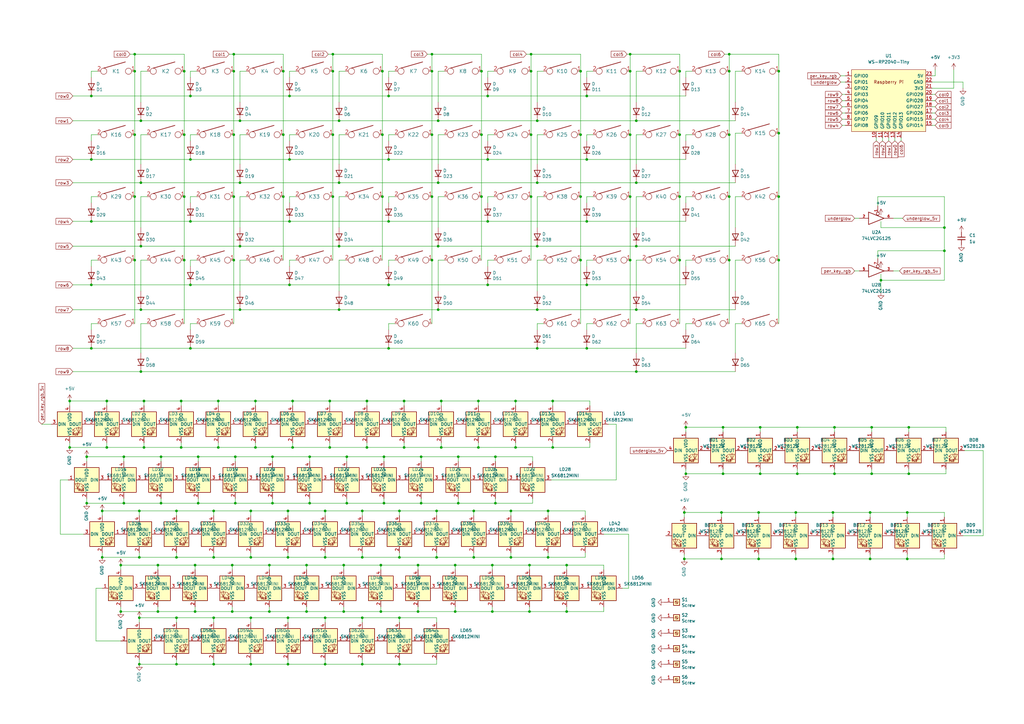
<source format=kicad_sch>
(kicad_sch (version 20211123) (generator eeschema)
  (paper "A3")
  (junction (at 197.485 80.645))
  (junction (at 110.49 231.775))
  (junction (at 197.485 55.245))
  (junction (at 74.295 183.515))
  (junction (at 133.35 272.415))
  (junction (at 200.025 90.805))
  (junction (at 57.15 209.55))
  (junction (at 240.665 142.875))
  (junction (at 55.245 55.245))
  (junction (at 95.885 29.21))
  (junction (at 118.11 228.6))
  (junction (at 28.575 164.465))
  (junction (at 372.745 175.26))
  (junction (at 201.93 250.825))
  (junction (at 50.8 206.375))
  (junction (at 55.245 80.645))
  (junction (at 387.35 93.345))
  (junction (at 102.87 209.55))
  (junction (at 278.765 106.68))
  (junction (at 118.745 116.84))
  (junction (at 74.295 164.465))
  (junction (at 357.505 194.31))
  (junction (at 187.96 206.375))
  (junction (at 57.15 228.6))
  (junction (at 200.025 65.405))
  (junction (at 148.59 228.6))
  (junction (at 187.96 187.325))
  (junction (at 179.705 127))
  (junction (at 177.165 80.645))
  (junction (at 196.215 164.465))
  (junction (at 238.125 29.21))
  (junction (at 78.105 65.405))
  (junction (at 387.35 102.87))
  (junction (at 87.63 253.365))
  (junction (at 57.785 49.53))
  (junction (at 319.405 29.21))
  (junction (at 327.025 194.31))
  (junction (at 200.025 39.37))
  (junction (at 357.505 175.26))
  (junction (at 327.025 175.26))
  (junction (at 120.015 164.465))
  (junction (at 75.565 80.645))
  (junction (at 57.785 74.93))
  (junction (at 295.91 210.185))
  (junction (at 258.445 55.245))
  (junction (at 133.35 253.365))
  (junction (at 140.97 231.775))
  (junction (at 148.59 272.415))
  (junction (at 180.975 183.515))
  (junction (at 35.56 206.375))
  (junction (at 186.69 231.775))
  (junction (at 372.11 229.235))
  (junction (at 361.315 114.935))
  (junction (at 194.31 228.6))
  (junction (at 186.69 250.825))
  (junction (at 98.425 49.53))
  (junction (at 217.805 80.645))
  (junction (at 49.53 231.775))
  (junction (at 177.165 55.245))
  (junction (at 136.525 29.21))
  (junction (at 159.385 142.875))
  (junction (at 135.255 183.515))
  (junction (at 177.165 29.21))
  (junction (at 57.785 152.4))
  (junction (at 95.885 55.245))
  (junction (at 220.345 74.93))
  (junction (at 326.39 229.235))
  (junction (at 98.425 127))
  (junction (at 72.39 209.55))
  (junction (at 163.83 272.415))
  (junction (at 59.055 183.515))
  (junction (at 72.39 272.415))
  (junction (at 171.45 250.825))
  (junction (at 356.87 210.185))
  (junction (at 203.2 206.375))
  (junction (at 280.67 210.185))
  (junction (at 179.705 74.93))
  (junction (at 64.77 231.775))
  (junction (at 118.745 90.805))
  (junction (at 296.545 175.26))
  (junction (at 209.55 228.6))
  (junction (at 180.975 164.465))
  (junction (at 281.305 194.31))
  (junction (at 50.8 187.325))
  (junction (at 232.41 231.775))
  (junction (at 156.21 250.825))
  (junction (at 142.24 187.325))
  (junction (at 139.065 127))
  (junction (at 341.63 229.235))
  (junction (at 211.455 164.465))
  (junction (at 78.105 90.805))
  (junction (at 102.87 253.365))
  (junction (at 136.525 55.245))
  (junction (at 37.465 142.875))
  (junction (at 55.245 29.21))
  (junction (at 133.35 209.55))
  (junction (at 78.105 142.875))
  (junction (at 194.31 209.55))
  (junction (at 319.405 106.68))
  (junction (at 299.085 29.21))
  (junction (at 217.805 55.245))
  (junction (at 311.785 194.31))
  (junction (at 139.065 100.965))
  (junction (at 118.11 209.55))
  (junction (at 260.985 100.965))
  (junction (at 299.085 106.68))
  (junction (at 75.565 29.21))
  (junction (at 148.59 209.55))
  (junction (at 156.845 29.21))
  (junction (at 356.87 229.235))
  (junction (at 299.085 22.225))
  (junction (at 203.2 187.325))
  (junction (at 104.775 164.465))
  (junction (at 95.885 106.68))
  (junction (at 75.565 106.68))
  (junction (at 148.59 253.365))
  (junction (at 157.48 206.375))
  (junction (at 66.04 187.325))
  (junction (at 102.87 228.6))
  (junction (at 278.765 55.245))
  (junction (at 139.065 74.93))
  (junction (at 258.445 22.225))
  (junction (at 240.665 90.805))
  (junction (at 37.465 39.37))
  (junction (at 156.21 231.775))
  (junction (at 136.525 80.645))
  (junction (at 258.445 80.645))
  (junction (at 95.25 231.775))
  (junction (at 295.91 229.235))
  (junction (at 278.765 29.21))
  (junction (at 72.39 253.365))
  (junction (at 80.01 250.825))
  (junction (at 118.745 65.405))
  (junction (at 64.77 250.825))
  (junction (at 240.665 116.84))
  (junction (at 224.79 228.6))
  (junction (at 311.15 210.185))
  (junction (at 240.665 39.37))
  (junction (at 238.125 55.245))
  (junction (at 238.125 80.645))
  (junction (at 104.775 183.515))
  (junction (at 55.245 22.225))
  (junction (at 260.985 127))
  (junction (at 118.11 272.415))
  (junction (at 142.24 206.375))
  (junction (at 125.73 231.775))
  (junction (at 209.55 209.55))
  (junction (at 220.345 49.53))
  (junction (at 226.695 164.465))
  (junction (at 127 187.325))
  (junction (at 179.07 228.6))
  (junction (at 78.105 116.84))
  (junction (at 156.845 80.645))
  (junction (at 49.53 250.825))
  (junction (at 226.695 183.515))
  (junction (at 232.41 250.825))
  (junction (at 150.495 183.515))
  (junction (at 238.125 106.68))
  (junction (at 89.535 183.515))
  (junction (at 165.735 164.465))
  (junction (at 98.425 100.965))
  (junction (at 372.11 210.185))
  (junction (at 87.63 272.415))
  (junction (at 41.91 209.55))
  (junction (at 78.105 39.37))
  (junction (at 102.87 272.415))
  (junction (at 133.35 228.6))
  (junction (at 177.165 22.225))
  (junction (at 220.345 142.875))
  (junction (at 96.52 206.375))
  (junction (at 200.025 116.84))
  (junction (at 35.56 187.325))
  (junction (at 37.465 116.84))
  (junction (at 296.545 194.31))
  (junction (at 372.745 194.31))
  (junction (at 89.535 164.465))
  (junction (at 118.745 39.37))
  (junction (at 95.25 250.825))
  (junction (at 95.885 22.225))
  (junction (at 179.705 49.53))
  (junction (at 81.28 187.325))
  (junction (at 163.83 228.6))
  (junction (at 57.15 272.415))
  (junction (at 179.07 209.55))
  (junction (at 177.165 106.68))
  (junction (at 57.785 100.965))
  (junction (at 319.405 80.645))
  (junction (at 43.815 164.465))
  (junction (at 299.085 55.245))
  (junction (at 43.815 183.515))
  (junction (at 66.04 206.375))
  (junction (at 135.255 164.465))
  (junction (at 157.48 187.325))
  (junction (at 87.63 228.6))
  (junction (at 72.39 228.6))
  (junction (at 179.705 100.965))
  (junction (at 136.525 22.225))
  (junction (at 127 206.375))
  (junction (at 280.67 229.235))
  (junction (at 87.63 209.55))
  (junction (at 326.39 210.185))
  (junction (at 217.17 231.775))
  (junction (at 258.445 106.68))
  (junction (at 224.79 209.55))
  (junction (at 156.845 55.245))
  (junction (at 159.385 116.84))
  (junction (at 111.76 187.325))
  (junction (at 120.015 183.515))
  (junction (at 28.575 183.515))
  (junction (at 260.985 74.93))
  (junction (at 171.45 231.775))
  (junction (at 59.055 164.465))
  (junction (at 118.11 253.365))
  (junction (at 319.405 54.61))
  (junction (at 211.455 183.515))
  (junction (at 57.15 253.365))
  (junction (at 81.28 206.375))
  (junction (at 172.72 187.325))
  (junction (at 201.93 231.775))
  (junction (at 217.17 250.825))
  (junction (at 159.385 39.37))
  (junction (at 57.785 127))
  (junction (at 299.085 80.645))
  (junction (at 116.205 55.245))
  (junction (at 260.985 152.4))
  (junction (at 172.72 206.375))
  (junction (at 140.97 250.825))
  (junction (at 217.805 22.225))
  (junction (at 37.465 65.405))
  (junction (at 95.885 80.645))
  (junction (at 311.15 229.235))
  (junction (at 311.785 175.26))
  (junction (at 220.345 100.965))
  (junction (at 116.205 29.21))
  (junction (at 278.765 80.645))
  (junction (at 163.83 253.365))
  (junction (at 159.385 90.805))
  (junction (at 163.83 209.55))
  (junction (at 37.465 90.805))
  (junction (at 197.485 29.21))
  (junction (at 260.985 49.53))
  (junction (at 341.63 210.185))
  (junction (at 240.665 65.405))
  (junction (at 159.385 65.405))
  (junction (at 55.245 106.68))
  (junction (at 165.735 183.515))
  (junction (at 217.805 29.21))
  (junction (at 111.76 206.375))
  (junction (at 342.265 175.26))
  (junction (at 196.215 183.515))
  (junction (at 110.49 250.825))
  (junction (at 342.265 194.31))
  (junction (at 220.345 127))
  (junction (at 98.425 74.93))
  (junction (at 96.52 187.325))
  (junction (at 125.73 250.825))
  (junction (at 116.205 80.645))
  (junction (at 281.305 175.26))
  (junction (at 41.91 228.6))
  (junction (at 80.01 231.775))
  (junction (at 150.495 164.465))
  (junction (at 75.565 55.245))
  (junction (at 139.065 49.53))
  (junction (at 258.445 29.21))
  (wire (pts (xy 203.2 187.325) (xy 203.2 189.23)))
  (wire (pts (xy 163.83 209.55) (xy 179.07 209.55)))
  (wire (pts (xy 372.11 229.235) (xy 387.35 229.235)))
  (wire (pts (xy 156.21 231.775) (xy 156.21 233.68)))
  (wire (pts (xy 260.985 29.21) (xy 260.985 41.91)))
  (wire (pts (xy 218.44 204.47) (xy 218.44 206.375)))
  (wire (pts (xy 140.97 231.775) (xy 156.21 231.775)))
  (wire (pts (xy 301.625 54.61) (xy 304.165 54.61)))
  (wire (pts (xy 387.985 175.26) (xy 387.985 177.165)))
  (wire (pts (xy 159.385 83.185) (xy 159.385 80.645)))
  (wire (pts (xy 226.695 164.465) (xy 226.695 166.37)))
  (wire (pts (xy 156.21 231.775) (xy 171.45 231.775)))
  (wire (pts (xy 120.015 164.465) (xy 135.255 164.465)))
  (wire (pts (xy 159.385 116.84) (xy 200.025 116.84)))
  (wire (pts (xy 89.535 164.465) (xy 89.535 166.37)))
  (wire (pts (xy 258.445 106.68) (xy 258.445 80.645)))
  (wire (pts (xy 387.35 227.33) (xy 387.35 229.235)))
  (wire (pts (xy 118.11 270.51) (xy 118.11 272.415)))
  (wire (pts (xy 37.465 29.21) (xy 40.005 29.21)))
  (wire (pts (xy 17.145 173.99) (xy 20.955 173.99)))
  (wire (pts (xy 391.16 36.195) (xy 382.27 36.195)))
  (wire (pts (xy 142.24 187.325) (xy 142.24 189.23)))
  (wire (pts (xy 37.465 90.805) (xy 78.105 90.805)))
  (wire (pts (xy 211.455 183.515) (xy 226.695 183.515)))
  (wire (pts (xy 49.53 231.775) (xy 49.53 233.68)))
  (wire (pts (xy 200.025 55.245) (xy 202.565 55.245)))
  (wire (pts (xy 96.52 204.47) (xy 96.52 206.375)))
  (wire (pts (xy 78.105 80.645) (xy 80.645 80.645)))
  (wire (pts (xy 197.485 55.245) (xy 197.485 80.645)))
  (wire (pts (xy 133.35 226.695) (xy 133.35 228.6)))
  (wire (pts (xy 148.59 270.51) (xy 148.59 272.415)))
  (wire (pts (xy 357.505 175.26) (xy 372.745 175.26)))
  (wire (pts (xy 344.805 31.115) (xy 346.71 31.115)))
  (wire (pts (xy 172.72 204.47) (xy 172.72 206.375)))
  (wire (pts (xy 200.025 80.645) (xy 202.565 80.645)))
  (wire (pts (xy 81.28 187.325) (xy 81.28 189.23)))
  (wire (pts (xy 41.91 226.695) (xy 41.91 228.6)))
  (wire (pts (xy 55.245 22.225) (xy 55.245 29.21)))
  (wire (pts (xy 387.35 114.935) (xy 361.315 114.935)))
  (wire (pts (xy 43.815 164.465) (xy 59.055 164.465)))
  (wire (pts (xy 118.745 31.75) (xy 118.745 29.21)))
  (wire (pts (xy 37.465 57.785) (xy 37.465 55.245)))
  (wire (pts (xy 111.76 187.325) (xy 111.76 189.23)))
  (wire (pts (xy 87.63 209.55) (xy 102.87 209.55)))
  (wire (pts (xy 57.785 127) (xy 98.425 127)))
  (wire (pts (xy 372.745 194.31) (xy 387.985 194.31)))
  (wire (pts (xy 87.63 228.6) (xy 102.87 228.6)))
  (wire (pts (xy 257.81 241.3) (xy 257.81 219.075)))
  (wire (pts (xy 240.665 57.785) (xy 240.665 55.245)))
  (wire (pts (xy 326.39 227.33) (xy 326.39 229.235)))
  (wire (pts (xy 341.63 229.235) (xy 356.87 229.235)))
  (wire (pts (xy 163.83 226.695) (xy 163.83 228.6)))
  (wire (pts (xy 87.63 270.51) (xy 87.63 272.415)))
  (wire (pts (xy 156.845 55.245) (xy 156.845 80.645)))
  (wire (pts (xy 96.52 187.325) (xy 111.76 187.325)))
  (wire (pts (xy 89.535 183.515) (xy 104.775 183.515)))
  (wire (pts (xy 165.735 164.465) (xy 165.735 166.37)))
  (wire (pts (xy 345.44 41.275) (xy 346.71 41.275)))
  (wire (pts (xy 140.97 231.775) (xy 140.97 233.68)))
  (wire (pts (xy 260.985 152.4) (xy 301.625 152.4)))
  (wire (pts (xy 80.01 250.825) (xy 95.25 250.825)))
  (wire (pts (xy 383.54 31.115) (xy 382.27 31.115)))
  (wire (pts (xy 260.985 106.68) (xy 263.525 106.68)))
  (wire (pts (xy 148.59 209.55) (xy 163.83 209.55)))
  (wire (pts (xy 180.975 181.61) (xy 180.975 183.515)))
  (wire (pts (xy 78.105 106.68) (xy 80.645 106.68)))
  (wire (pts (xy 258.445 106.68) (xy 258.445 132.715)))
  (wire (pts (xy 78.105 57.785) (xy 78.105 55.245)))
  (wire (pts (xy 220.345 29.21) (xy 220.345 41.91)))
  (wire (pts (xy 37.465 142.875) (xy 78.105 142.875)))
  (wire (pts (xy 341.63 210.185) (xy 356.87 210.185)))
  (wire (pts (xy 260.985 49.53) (xy 301.625 49.53)))
  (wire (pts (xy 301.625 29.21) (xy 304.165 29.21)))
  (wire (pts (xy 260.985 106.68) (xy 260.985 119.38)))
  (wire (pts (xy 209.55 226.695) (xy 209.55 228.6)))
  (wire (pts (xy 296.545 194.31) (xy 311.785 194.31)))
  (wire (pts (xy 240.665 132.715) (xy 243.205 132.715)))
  (wire (pts (xy 224.79 209.55) (xy 240.03 209.55)))
  (wire (pts (xy 383.54 41.275) (xy 382.27 41.275)))
  (wire (pts (xy 133.35 209.55) (xy 148.59 209.55)))
  (wire (pts (xy 179.705 74.93) (xy 220.345 74.93)))
  (wire (pts (xy 139.065 67.31) (xy 139.065 55.245)))
  (wire (pts (xy 78.105 31.75) (xy 78.105 29.21)))
  (wire (pts (xy 102.87 272.415) (xy 118.11 272.415)))
  (wire (pts (xy 209.55 209.55) (xy 224.79 209.55)))
  (wire (pts (xy 157.48 206.375) (xy 172.72 206.375)))
  (wire (pts (xy 311.785 192.405) (xy 311.785 194.31)))
  (wire (pts (xy 197.485 80.645) (xy 197.485 106.68)))
  (wire (pts (xy 383.54 43.815) (xy 382.27 43.815)))
  (wire (pts (xy 260.985 144.78) (xy 260.985 132.715)))
  (wire (pts (xy 220.345 127) (xy 260.985 127)))
  (wire (pts (xy 102.87 253.365) (xy 118.11 253.365)))
  (wire (pts (xy 28.575 164.465) (xy 28.575 166.37)))
  (wire (pts (xy 104.775 181.61) (xy 104.775 183.515)))
  (wire (pts (xy 139.065 106.68) (xy 141.605 106.68)))
  (wire (pts (xy 28.575 183.515) (xy 43.815 183.515)))
  (wire (pts (xy 75.565 29.21) (xy 75.565 55.245)))
  (wire (pts (xy 217.17 250.825) (xy 232.41 250.825)))
  (wire (pts (xy 180.975 164.465) (xy 180.975 166.37)))
  (wire (pts (xy 148.59 253.365) (xy 163.83 253.365)))
  (wire (pts (xy 187.96 187.325) (xy 203.2 187.325)))
  (wire (pts (xy 172.72 187.325) (xy 187.96 187.325)))
  (wire (pts (xy 179.705 106.68) (xy 182.245 106.68)))
  (wire (pts (xy 240.03 209.55) (xy 240.03 211.455)))
  (wire (pts (xy 125.73 231.775) (xy 140.97 231.775)))
  (wire (pts (xy 95.885 55.245) (xy 95.885 80.645)))
  (wire (pts (xy 66.04 206.375) (xy 81.28 206.375)))
  (wire (pts (xy 118.745 57.785) (xy 118.745 55.245)))
  (wire (pts (xy 55.245 22.225) (xy 75.565 22.225)))
  (wire (pts (xy 72.39 228.6) (xy 87.63 228.6)))
  (wire (pts (xy 232.41 231.775) (xy 247.65 231.775)))
  (wire (pts (xy 98.425 29.21) (xy 100.965 29.21)))
  (wire (pts (xy 278.765 29.21) (xy 278.765 55.245)))
  (wire (pts (xy 311.785 175.26) (xy 311.785 177.165)))
  (wire (pts (xy 215.9 22.225) (xy 217.805 22.225)))
  (wire (pts (xy 203.2 187.325) (xy 218.44 187.325)))
  (wire (pts (xy 50.8 204.47) (xy 50.8 206.375)))
  (wire (pts (xy 372.745 175.26) (xy 387.985 175.26)))
  (wire (pts (xy 260.985 55.245) (xy 263.525 55.245)))
  (wire (pts (xy 177.165 29.21) (xy 177.165 22.225)))
  (wire (pts (xy 57.785 132.715) (xy 60.325 132.715)))
  (wire (pts (xy 179.705 29.21) (xy 182.245 29.21)))
  (wire (pts (xy 66.04 187.325) (xy 66.04 189.23)))
  (wire (pts (xy 163.83 270.51) (xy 163.83 272.415)))
  (wire (pts (xy 201.93 231.775) (xy 217.17 231.775)))
  (wire (pts (xy 301.625 67.31) (xy 301.625 54.61)))
  (wire (pts (xy 301.625 106.68) (xy 304.165 106.68)))
  (wire (pts (xy 116.205 29.21) (xy 116.205 55.245)))
  (wire (pts (xy 41.91 228.6) (xy 57.15 228.6)))
  (wire (pts (xy 299.085 29.21) (xy 299.085 22.225)))
  (wire (pts (xy 95.25 231.775) (xy 95.25 233.68)))
  (wire (pts (xy 159.385 109.22) (xy 159.385 106.68)))
  (wire (pts (xy 360.045 84.455) (xy 360.045 80.645)))
  (wire (pts (xy 139.065 74.93) (xy 179.705 74.93)))
  (wire (pts (xy 281.305 106.68) (xy 283.845 106.68)))
  (wire (pts (xy 187.96 206.375) (xy 203.2 206.375)))
  (wire (pts (xy 159.385 132.715) (xy 161.925 132.715)))
  (wire (pts (xy 87.63 253.365) (xy 102.87 253.365)))
  (wire (pts (xy 344.805 33.655) (xy 346.71 33.655)))
  (wire (pts (xy 37.465 135.255) (xy 37.465 132.715)))
  (wire (pts (xy 220.345 49.53) (xy 260.985 49.53)))
  (wire (pts (xy 367.03 57.785) (xy 367.03 56.515)))
  (wire (pts (xy 383.54 51.435) (xy 382.27 51.435)))
  (wire (pts (xy 75.565 80.645) (xy 75.565 106.68)))
  (wire (pts (xy 72.39 209.55) (xy 87.63 209.55)))
  (wire (pts (xy 159.385 90.805) (xy 200.025 90.805)))
  (wire (pts (xy 217.17 248.92) (xy 217.17 250.825)))
  (wire (pts (xy 72.39 270.51) (xy 72.39 272.415)))
  (wire (pts (xy 35.56 187.325) (xy 50.8 187.325)))
  (wire (pts (xy 319.405 54.61) (xy 319.405 80.645)))
  (wire (pts (xy 150.495 183.515) (xy 165.735 183.515)))
  (wire (pts (xy 29.845 74.93) (xy 57.785 74.93)))
  (wire (pts (xy 387.35 210.185) (xy 387.35 212.09)))
  (wire (pts (xy 383.54 48.895) (xy 382.27 48.895)))
  (wire (pts (xy 29.845 65.405) (xy 37.465 65.405)))
  (wire (pts (xy 95.885 106.68) (xy 95.885 132.715)))
  (wire (pts (xy 345.44 38.735) (xy 346.71 38.735)))
  (wire (pts (xy 281.305 194.31) (xy 296.545 194.31)))
  (wire (pts (xy 156.845 29.21) (xy 156.845 55.245)))
  (wire (pts (xy 159.385 106.68) (xy 161.925 106.68)))
  (wire (pts (xy 95.885 22.225) (xy 116.205 22.225)))
  (wire (pts (xy 50.8 187.325) (xy 66.04 187.325)))
  (wire (pts (xy 280.67 210.185) (xy 295.91 210.185)))
  (wire (pts (xy 372.745 192.405) (xy 372.745 194.31)))
  (wire (pts (xy 148.59 272.415) (xy 163.83 272.415)))
  (wire (pts (xy 125.73 231.775) (xy 125.73 233.68)))
  (wire (pts (xy 403.225 184.785) (xy 403.225 219.71)))
  (wire (pts (xy 133.35 253.365) (xy 133.35 255.27)))
  (wire (pts (xy 200.025 29.21) (xy 202.565 29.21)))
  (wire (pts (xy 403.225 219.71) (xy 394.97 219.71)))
  (wire (pts (xy 104.775 164.465) (xy 120.015 164.465)))
  (wire (pts (xy 118.745 65.405) (xy 159.385 65.405)))
  (wire (pts (xy 156.845 80.645) (xy 156.845 106.68)))
  (wire (pts (xy 356.87 227.33) (xy 356.87 229.235)))
  (wire (pts (xy 255.27 241.3) (xy 257.81 241.3)))
  (wire (pts (xy 66.04 204.47) (xy 66.04 206.375)))
  (wire (pts (xy 200.025 116.84) (xy 240.665 116.84)))
  (wire (pts (xy 311.15 229.235) (xy 326.39 229.235)))
  (wire (pts (xy 29.845 39.37) (xy 37.465 39.37)))
  (wire (pts (xy 57.785 49.53) (xy 98.425 49.53)))
  (wire (pts (xy 238.125 29.21) (xy 238.125 55.245)))
  (wire (pts (xy 281.305 175.26) (xy 296.545 175.26)))
  (wire (pts (xy 345.44 46.355) (xy 346.71 46.355)))
  (wire (pts (xy 341.63 210.185) (xy 341.63 212.09)))
  (wire (pts (xy 220.345 135.255) (xy 220.345 132.715)))
  (wire (pts (xy 240.665 106.68) (xy 243.205 106.68)))
  (wire (pts (xy 35.56 206.375) (xy 50.8 206.375)))
  (wire (pts (xy 78.105 29.21) (xy 80.645 29.21)))
  (wire (pts (xy 110.49 231.775) (xy 125.73 231.775)))
  (wire (pts (xy 95.885 29.21) (xy 95.885 55.245)))
  (wire (pts (xy 301.625 29.21) (xy 301.625 41.91)))
  (wire (pts (xy 260.985 80.645) (xy 260.985 93.345)))
  (wire (pts (xy 98.425 55.245) (xy 100.965 55.245)))
  (wire (pts (xy 394.97 33.655) (xy 382.27 33.655)))
  (wire (pts (xy 98.425 74.93) (xy 139.065 74.93)))
  (wire (pts (xy 64.77 248.92) (xy 64.77 250.825)))
  (wire (pts (xy 110.49 250.825) (xy 125.73 250.825)))
  (wire (pts (xy 118.745 90.805) (xy 159.385 90.805)))
  (wire (pts (xy 98.425 106.68) (xy 100.965 106.68)))
  (wire (pts (xy 301.625 93.345) (xy 301.625 80.645)))
  (wire (pts (xy 81.28 204.47) (xy 81.28 206.375)))
  (wire (pts (xy 197.485 22.225) (xy 197.485 29.21)))
  (wire (pts (xy 296.545 175.26) (xy 311.785 175.26)))
  (wire (pts (xy 260.985 67.31) (xy 260.985 55.245)))
  (wire (pts (xy 361.315 90.805) (xy 361.315 93.345)))
  (wire (pts (xy 148.59 226.695) (xy 148.59 228.6)))
  (wire (pts (xy 98.425 80.645) (xy 98.425 93.345)))
  (wire (pts (xy 280.67 210.185) (xy 280.67 212.09)))
  (wire (pts (xy 186.69 231.775) (xy 201.93 231.775)))
  (wire (pts (xy 194.31 209.55) (xy 209.55 209.55)))
  (wire (pts (xy 240.665 142.875) (xy 220.345 142.875)))
  (wire (pts (xy 150.495 181.61) (xy 150.495 183.515)))
  (wire (pts (xy 319.405 106.68) (xy 319.405 132.715)))
  (wire (pts (xy 102.87 209.55) (xy 118.11 209.55)))
  (wire (pts (xy 120.015 164.465) (xy 120.015 166.37)))
  (wire (pts (xy 179.07 253.365) (xy 179.07 255.27)))
  (wire (pts (xy 159.385 65.405) (xy 200.025 65.405)))
  (wire (pts (xy 163.83 253.365) (xy 179.07 253.365)))
  (wire (pts (xy 98.425 29.21) (xy 98.425 41.91)))
  (wire (pts (xy 200.025 65.405) (xy 240.665 65.405)))
  (wire (pts (xy 345.44 48.895) (xy 346.71 48.895)))
  (wire (pts (xy 35.56 187.325) (xy 35.56 189.23)))
  (wire (pts (xy 326.39 210.185) (xy 341.63 210.185)))
  (wire (pts (xy 200.025 106.68) (xy 202.565 106.68)))
  (wire (pts (xy 120.015 181.61) (xy 120.015 183.515)))
  (wire (pts (xy 177.165 80.645) (xy 177.165 106.68)))
  (wire (pts (xy 179.705 100.965) (xy 220.345 100.965)))
  (wire (pts (xy 217.805 29.21) (xy 217.805 22.225)))
  (wire (pts (xy 57.785 29.21) (xy 60.325 29.21)))
  (wire (pts (xy 95.885 80.645) (xy 95.885 106.68)))
  (wire (pts (xy 217.17 231.775) (xy 232.41 231.775)))
  (wire (pts (xy 159.385 57.785) (xy 159.385 55.245)))
  (wire (pts (xy 260.985 74.93) (xy 301.625 74.93)))
  (wire (pts (xy 357.505 194.31) (xy 372.745 194.31)))
  (wire (pts (xy 327.025 175.26) (xy 327.025 177.165)))
  (wire (pts (xy 171.45 250.825) (xy 186.69 250.825)))
  (wire (pts (xy 87.63 253.365) (xy 87.63 255.27)))
  (wire (pts (xy 211.455 164.465) (xy 226.695 164.465)))
  (wire (pts (xy 157.48 187.325) (xy 172.72 187.325)))
  (wire (pts (xy 37.465 39.37) (xy 78.105 39.37)))
  (wire (pts (xy 296.545 175.26) (xy 296.545 177.165)))
  (wire (pts (xy 224.79 228.6) (xy 240.03 228.6)))
  (wire (pts (xy 29.845 127) (xy 57.785 127)))
  (wire (pts (xy 136.525 55.245) (xy 136.525 29.21)))
  (wire (pts (xy 102.87 270.51) (xy 102.87 272.415)))
  (wire (pts (xy 180.975 164.465) (xy 196.215 164.465)))
  (wire (pts (xy 350.52 89.535) (xy 352.425 89.535)))
  (wire (pts (xy 118.11 209.55) (xy 118.11 211.455)))
  (wire (pts (xy 102.87 226.695) (xy 102.87 228.6)))
  (wire (pts (xy 55.245 29.21) (xy 55.245 55.245)))
  (wire (pts (xy 41.91 209.55) (xy 57.15 209.55)))
  (wire (pts (xy 260.985 80.645) (xy 263.525 80.645)))
  (wire (pts (xy 50.8 206.375) (xy 66.04 206.375)))
  (wire (pts (xy 57.785 152.4) (xy 260.985 152.4)))
  (wire (pts (xy 345.44 43.815) (xy 346.71 43.815)))
  (wire (pts (xy 232.41 231.775) (xy 232.41 233.68)))
  (wire (pts (xy 41.91 209.55) (xy 41.91 211.455)))
  (wire (pts (xy 118.745 109.22) (xy 118.745 106.68)))
  (wire (pts (xy 142.24 206.375) (xy 157.48 206.375)))
  (wire (pts (xy 49.53 248.92) (xy 49.53 250.825)))
  (wire (pts (xy 118.11 253.365) (xy 118.11 255.27)))
  (wire (pts (xy 220.345 80.645) (xy 220.345 93.345)))
  (wire (pts (xy 370.205 89.535) (xy 366.395 89.535)))
  (wire (pts (xy 295.91 210.185) (xy 295.91 212.09)))
  (wire (pts (xy 163.83 209.55) (xy 163.83 211.455)))
  (wire (pts (xy 252.73 196.85) (xy 252.73 173.99)))
  (wire (pts (xy 35.56 206.375) (xy 35.56 204.47)))
  (wire (pts (xy 139.065 29.21) (xy 141.605 29.21)))
  (wire (pts (xy 240.665 83.185) (xy 240.665 80.645)))
  (wire (pts (xy 80.01 248.92) (xy 80.01 250.825)))
  (wire (pts (xy 356.87 210.185) (xy 372.11 210.185)))
  (wire (pts (xy 75.565 55.245) (xy 75.565 80.645)))
  (wire (pts (xy 125.73 248.92) (xy 125.73 250.825)))
  (wire (pts (xy 157.48 187.325) (xy 157.48 189.23)))
  (wire (pts (xy 150.495 164.465) (xy 150.495 166.37)))
  (wire (pts (xy 224.79 226.695) (xy 224.79 228.6)))
  (wire (pts (xy 177.165 22.225) (xy 197.485 22.225)))
  (wire (pts (xy 203.2 204.47) (xy 203.2 206.375)))
  (wire (pts (xy 59.055 164.465) (xy 59.055 166.37)))
  (wire (pts (xy 75.565 22.225) (xy 75.565 29.21)))
  (wire (pts (xy 136.525 29.21) (xy 136.525 22.225)))
  (wire (pts (xy 364.49 57.785) (xy 364.49 56.515)))
  (wire (pts (xy 55.245 106.68) (xy 55.245 132.715)))
  (wire (pts (xy 156.845 22.225) (xy 156.845 29.21)))
  (wire (pts (xy 118.745 106.68) (xy 121.285 106.68)))
  (wire (pts (xy 140.97 250.825) (xy 156.21 250.825)))
  (wire (pts (xy 57.15 209.55) (xy 57.15 211.455)))
  (wire (pts (xy 57.15 226.695) (xy 57.15 228.6)))
  (wire (pts (xy 296.545 192.405) (xy 296.545 194.31)))
  (wire (pts (xy 281.305 175.26) (xy 281.305 177.165)))
  (wire (pts (xy 57.785 144.78) (xy 57.785 132.715)))
  (wire (pts (xy 217.17 231.775) (xy 217.17 233.68)))
  (wire (pts (xy 98.425 49.53) (xy 139.065 49.53)))
  (wire (pts (xy 200.025 31.75) (xy 200.025 29.21)))
  (wire (pts (xy 179.705 67.31) (xy 179.705 55.245)))
  (wire (pts (xy 281.305 132.715) (xy 283.845 132.715)))
  (wire (pts (xy 37.465 106.68) (xy 40.005 106.68)))
  (wire (pts (xy 260.985 29.21) (xy 263.525 29.21)))
  (wire (pts (xy 110.49 231.775) (xy 110.49 233.68)))
  (wire (pts (xy 102.87 209.55) (xy 102.87 211.455)))
  (wire (pts (xy 301.625 106.68) (xy 301.625 119.38)))
  (wire (pts (xy 111.76 204.47) (xy 111.76 206.375)))
  (wire (pts (xy 281.305 31.75) (xy 281.305 29.21)))
  (wire (pts (xy 391.16 28.575) (xy 391.16 36.195)))
  (wire (pts (xy 278.765 55.245) (xy 278.765 80.645)))
  (wire (pts (xy 116.205 80.645) (xy 116.205 106.68)))
  (wire (pts (xy 118.11 209.55) (xy 133.35 209.55)))
  (wire (pts (xy 327.025 175.26) (xy 342.265 175.26)))
  (wire (pts (xy 327.025 194.31) (xy 342.265 194.31)))
  (wire (pts (xy 179.705 80.645) (xy 179.705 93.345)))
  (wire (pts (xy 360.045 80.645) (xy 387.35 80.645)))
  (wire (pts (xy 220.345 55.245) (xy 222.885 55.245)))
  (wire (pts (xy 240.665 135.255) (xy 240.665 132.715)))
  (wire (pts (xy 81.28 206.375) (xy 96.52 206.375)))
  (wire (pts (xy 57.785 106.68) (xy 60.325 106.68)))
  (wire (pts (xy 361.315 93.345) (xy 387.35 93.345)))
  (wire (pts (xy 139.065 106.68) (xy 139.065 119.38)))
  (wire (pts (xy 37.465 83.185) (xy 37.465 80.645)))
  (wire (pts (xy 118.745 29.21) (xy 121.285 29.21)))
  (wire (pts (xy 356.87 210.185) (xy 356.87 212.09)))
  (wire (pts (xy 372.11 210.185) (xy 372.11 212.09)))
  (wire (pts (xy 37.465 132.715) (xy 40.005 132.715)))
  (wire (pts (xy 217.805 55.245) (xy 217.805 29.21)))
  (wire (pts (xy 220.345 74.93) (xy 260.985 74.93)))
  (wire (pts (xy 125.73 250.825) (xy 140.97 250.825)))
  (wire (pts (xy 368.935 111.125) (xy 366.395 111.125)))
  (wire (pts (xy 139.065 127) (xy 179.705 127)))
  (wire (pts (xy 226.06 196.85) (xy 252.73 196.85)))
  (wire (pts (xy 74.295 164.465) (xy 89.535 164.465)))
  (wire (pts (xy 311.15 210.185) (xy 326.39 210.185)))
  (wire (pts (xy 57.15 272.415) (xy 72.39 272.415)))
  (wire (pts (xy 220.345 106.68) (xy 222.885 106.68)))
  (wire (pts (xy 319.405 29.21) (xy 319.405 54.61)))
  (wire (pts (xy 37.465 109.22) (xy 37.465 106.68)))
  (wire (pts (xy 39.37 241.3) (xy 39.37 262.89)))
  (wire (pts (xy 179.07 209.55) (xy 179.07 211.455)))
  (wire (pts (xy 240.665 31.75) (xy 240.665 29.21)))
  (wire (pts (xy 142.24 204.47) (xy 142.24 206.375)))
  (wire (pts (xy 258.445 55.245) (xy 258.445 29.21)))
  (wire (pts (xy 260.985 127) (xy 301.625 127)))
  (wire (pts (xy 72.39 253.365) (xy 72.39 255.27)))
  (wire (pts (xy 24.765 219.075) (xy 34.29 219.075)))
  (wire (pts (xy 387.35 80.645) (xy 387.35 93.345)))
  (wire (pts (xy 187.96 204.47) (xy 187.96 206.375)))
  (wire (pts (xy 118.745 39.37) (xy 159.385 39.37)))
  (wire (pts (xy 139.065 29.21) (xy 139.065 41.91)))
  (wire (pts (xy 319.405 22.225) (xy 319.405 29.21)))
  (wire (pts (xy 186.69 231.775) (xy 186.69 233.68)))
  (wire (pts (xy 220.345 100.965) (xy 260.985 100.965)))
  (wire (pts (xy 341.63 227.33) (xy 341.63 229.235)))
  (wire (pts (xy 194.31 226.695) (xy 194.31 228.6)))
  (wire (pts (xy 187.96 187.325) (xy 187.96 189.23)))
  (wire (pts (xy 171.45 231.775) (xy 186.69 231.775)))
  (wire (pts (xy 200.025 83.185) (xy 200.025 80.645)))
  (wire (pts (xy 41.91 241.3) (xy 39.37 241.3)))
  (wire (pts (xy 301.625 144.78) (xy 301.625 132.715)))
  (wire (pts (xy 78.105 109.22) (xy 78.105 106.68)))
  (wire (pts (xy 194.31 209.55) (xy 194.31 211.455)))
  (wire (pts (xy 247.65 231.775) (xy 247.65 233.68)))
  (wire (pts (xy 159.385 135.255) (xy 159.385 132.715)))
  (wire (pts (xy 75.565 106.68) (xy 75.565 132.715)))
  (wire (pts (xy 165.735 164.465) (xy 180.975 164.465)))
  (wire (pts (xy 226.695 164.465) (xy 241.935 164.465)))
  (wire (pts (xy 78.105 65.405) (xy 118.745 65.405)))
  (wire (pts (xy 142.24 187.325) (xy 157.48 187.325)))
  (wire (pts (xy 247.65 250.825) (xy 247.65 248.92)))
  (wire (pts (xy 295.91 227.33) (xy 295.91 229.235)))
  (wire (pts (xy 186.69 248.92) (xy 186.69 250.825)))
  (wire (pts (xy 78.105 132.715) (xy 80.645 132.715)))
  (wire (pts (xy 301.625 132.715) (xy 304.165 132.715)))
  (wire (pts (xy 72.39 253.365) (xy 87.63 253.365)))
  (wire (pts (xy 98.425 80.645) (xy 100.965 80.645)))
  (wire (pts (xy 127 187.325) (xy 142.24 187.325)))
  (wire (pts (xy 211.455 181.61) (xy 211.455 183.515)))
  (wire (pts (xy 319.405 80.645) (xy 319.405 106.68)))
  (wire (pts (xy 57.15 253.365) (xy 72.39 253.365)))
  (wire (pts (xy 134.62 22.225) (xy 136.525 22.225)))
  (wire (pts (xy 177.165 106.68) (xy 177.165 132.715)))
  (wire (pts (xy 297.18 22.225) (xy 299.085 22.225)))
  (wire (pts (xy 301.625 80.645) (xy 304.165 80.645)))
  (wire (pts (xy 74.295 183.515) (xy 89.535 183.515)))
  (wire (pts (xy 159.385 29.21) (xy 161.925 29.21)))
  (wire (pts (xy 209.55 209.55) (xy 209.55 211.455)))
  (wire (pts (xy 220.345 132.715) (xy 222.885 132.715)))
  (wire (pts (xy 29.845 116.84) (xy 37.465 116.84)))
  (wire (pts (xy 118.745 116.84) (xy 159.385 116.84)))
  (wire (pts (xy 57.785 106.68) (xy 57.785 119.38)))
  (wire (pts (xy 78.105 39.37) (xy 118.745 39.37)))
  (wire (pts (xy 280.67 227.33) (xy 280.67 229.235)))
  (wire (pts (xy 224.79 209.55) (xy 224.79 211.455)))
  (wire (pts (xy 281.305 83.185) (xy 281.305 80.645)))
  (wire (pts (xy 179.705 106.68) (xy 179.705 119.38)))
  (wire (pts (xy 326.39 210.185) (xy 326.39 212.09)))
  (wire (pts (xy 78.105 90.805) (xy 118.745 90.805)))
  (wire (pts (xy 165.735 183.515) (xy 180.975 183.515)))
  (wire (pts (xy 257.175 22.225) (xy 258.445 22.225)))
  (wire (pts (xy 127 204.47) (xy 127 206.375)))
  (wire (pts (xy 136.525 22.225) (xy 156.845 22.225)))
  (wire (pts (xy 136.525 80.645) (xy 136.525 55.245)))
  (wire (pts (xy 64.77 250.825) (xy 80.01 250.825)))
  (wire (pts (xy 104.775 183.515) (xy 120.015 183.515)))
  (wire (pts (xy 220.345 106.68) (xy 220.345 119.38)))
  (wire (pts (xy 217.805 106.68) (xy 217.805 80.645)))
  (wire (pts (xy 196.215 183.515) (xy 211.455 183.515)))
  (wire (pts (xy 196.215 181.61) (xy 196.215 183.515)))
  (wire (pts (xy 78.105 55.245) (xy 80.645 55.245)))
  (wire (pts (xy 37.465 55.245) (xy 40.005 55.245)))
  (wire (pts (xy 342.265 194.31) (xy 357.505 194.31)))
  (wire (pts (xy 240.665 109.22) (xy 240.665 106.68)))
  (wire (pts (xy 37.465 116.84) (xy 78.105 116.84)))
  (wire (pts (xy 53.34 22.225) (xy 55.245 22.225)))
  (wire (pts (xy 135.255 181.61) (xy 135.255 183.515)))
  (wire (pts (xy 327.025 192.405) (xy 327.025 194.31)))
  (wire (pts (xy 240.665 142.875) (xy 281.305 142.875)))
  (wire (pts (xy 159.385 80.645) (xy 161.925 80.645)))
  (wire (pts (xy 220.345 80.645) (xy 222.885 80.645)))
  (wire (pts (xy 209.55 228.6) (xy 224.79 228.6)))
  (wire (pts (xy 194.31 228.6) (xy 209.55 228.6)))
  (wire (pts (xy 140.97 248.92) (xy 140.97 250.825)))
  (wire (pts (xy 87.63 226.695) (xy 87.63 228.6)))
  (wire (pts (xy 238.125 55.245) (xy 238.125 80.645)))
  (wire (pts (xy 240.03 228.6) (xy 240.03 226.695)))
  (wire (pts (xy 241.935 164.465) (xy 241.935 166.37)))
  (wire (pts (xy 240.665 29.21) (xy 243.205 29.21)))
  (wire (pts (xy 299.085 80.645) (xy 299.085 55.245)))
  (wire (pts (xy 27.94 196.85) (xy 24.765 196.85)))
  (wire (pts (xy 59.055 181.61) (xy 59.055 183.515)))
  (wire (pts (xy 240.665 80.645) (xy 243.205 80.645)))
  (wire (pts (xy 179.07 270.51) (xy 179.07 272.415)))
  (wire (pts (xy 98.425 127) (xy 139.065 127)))
  (wire (pts (xy 159.385 142.875) (xy 220.345 142.875)))
  (wire (pts (xy 37.465 90.805) (xy 29.845 90.805)))
  (wire (pts (xy 196.215 164.465) (xy 211.455 164.465)))
  (wire (pts (xy 159.385 142.875) (xy 78.105 142.875)))
  (wire (pts (xy 372.11 210.185) (xy 387.35 210.185)))
  (wire (pts (xy 200.025 57.785) (xy 200.025 55.245)))
  (wire (pts (xy 78.105 83.185) (xy 78.105 80.645)))
  (wire (pts (xy 95.885 22.225) (xy 95.885 29.21)))
  (wire (pts (xy 372.745 175.26) (xy 372.745 177.165)))
  (wire (pts (xy 361.315 120.015) (xy 361.315 114.935)))
  (wire (pts (xy 217.805 80.645) (xy 217.805 55.245)))
  (wire (pts (xy 159.385 39.37) (xy 200.025 39.37)))
  (wire (pts (xy 357.505 192.405) (xy 357.505 194.31)))
  (wire (pts (xy 74.295 164.465) (xy 74.295 166.37)))
  (wire (pts (xy 260.985 132.715) (xy 263.525 132.715)))
  (wire (pts (xy 127 206.375) (xy 142.24 206.375)))
  (wire (pts (xy 278.765 22.225) (xy 278.765 29.21)))
  (wire (pts (xy 118.11 272.415) (xy 133.35 272.415)))
  (wire (pts (xy 360.045 106.045) (xy 360.045 102.87)))
  (wire (pts (xy 139.065 55.245) (xy 141.605 55.245)))
  (wire (pts (xy 87.63 272.415) (xy 102.87 272.415)))
  (wire (pts (xy 80.01 231.775) (xy 95.25 231.775)))
  (wire (pts (xy 281.305 29.21) (xy 283.845 29.21)))
  (wire (pts (xy 383.54 28.575) (xy 383.54 31.115)))
  (wire (pts (xy 342.265 192.405) (xy 342.265 194.31)))
  (wire (pts (xy 177.165 55.245) (xy 177.165 29.21)))
  (wire (pts (xy 369.57 57.785) (xy 369.57 56.515)))
  (wire (pts (xy 232.41 248.92) (xy 232.41 250.825)))
  (wire (pts (xy 29.845 152.4) (xy 57.785 152.4)))
  (wire (pts (xy 311.785 194.31) (xy 327.025 194.31)))
  (wire (pts (xy 200.025 90.805) (xy 240.665 90.805)))
  (wire (pts (xy 226.695 181.61) (xy 226.695 183.515)))
  (wire (pts (xy 240.665 55.245) (xy 243.205 55.245)))
  (wire (pts (xy 342.265 175.26) (xy 342.265 177.165)))
  (wire (pts (xy 159.385 31.75) (xy 159.385 29.21)))
  (wire (pts (xy 78.105 116.84) (xy 118.745 116.84)))
  (wire (pts (xy 220.345 29.21) (xy 222.885 29.21)))
  (wire (pts (xy 72.39 272.415) (xy 87.63 272.415)))
  (wire (pts (xy 28.575 183.515) (xy 28.575 181.61)))
  (wire (pts (xy 278.765 106.68) (xy 278.765 132.715)))
  (wire (pts (xy 171.45 231.775) (xy 171.45 233.68)))
  (wire (pts (xy 180.975 183.515) (xy 196.215 183.515)))
  (wire (pts (xy 37.465 65.405) (xy 78.105 65.405)))
  (wire (pts (xy 165.735 181.61) (xy 165.735 183.515)))
  (wire (pts (xy 179.705 127) (xy 220.345 127)))
  (wire (pts (xy 249.555 173.99) (xy 252.73 173.99)))
  (wire (pts (xy 217.805 22.225) (xy 238.125 22.225)))
  (wire (pts (xy 127 187.325) (xy 127 189.23)))
  (wire (pts (xy 55.245 55.245) (xy 55.245 80.645)))
  (wire (pts (xy 43.815 183.515) (xy 59.055 183.515)))
  (wire (pts (xy 64.77 231.775) (xy 80.01 231.775)))
  (wire (pts (xy 232.41 250.825) (xy 247.65 250.825)))
  (wire (pts (xy 98.425 67.31) (xy 98.425 55.245)))
  (wire (pts (xy 200.025 39.37) (xy 240.665 39.37)))
  (wire (pts (xy 203.2 206.375) (xy 218.44 206.375)))
  (wire (pts (xy 240.665 39.37) (xy 281.305 39.37)))
  (wire (pts (xy 387.35 93.345) (xy 387.35 102.87)))
  (wire (pts (xy 172.72 187.325) (xy 172.72 189.23)))
  (wire (pts (xy 326.39 229.235) (xy 341.63 229.235)))
  (wire (pts (xy 179.07 226.695) (xy 179.07 228.6)))
  (wire (pts (xy 177.165 55.245) (xy 177.165 80.645)))
  (wire (pts (xy 356.87 229.235) (xy 372.11 229.235)))
  (wire (pts (xy 258.445 22.225) (xy 278.765 22.225)))
  (wire (pts (xy 133.35 270.51) (xy 133.35 272.415)))
  (wire (pts (xy 238.125 22.225) (xy 238.125 29.21)))
  (wire (pts (xy 238.125 80.645) (xy 238.125 106.68)))
  (wire (pts (xy 118.745 80.645) (xy 121.285 80.645)))
  (wire (pts (xy 295.91 229.235) (xy 311.15 229.235)))
  (wire (pts (xy 111.76 206.375) (xy 127 206.375)))
  (wire (pts (xy 156.21 250.825) (xy 171.45 250.825)))
  (wire (pts (xy 95.25 231.775) (xy 110.49 231.775)))
  (wire (pts (xy 93.98 22.225) (xy 95.885 22.225)))
  (wire (pts (xy 281.305 55.245) (xy 283.845 55.245)))
  (wire (pts (xy 196.215 164.465) (xy 196.215 166.37)))
  (wire (pts (xy 200.025 109.22) (xy 200.025 106.68)))
  (wire (pts (xy 280.67 229.235) (xy 295.91 229.235)))
  (wire (pts (xy 29.845 49.53) (xy 57.785 49.53)))
  (wire (pts (xy 139.065 100.965) (xy 179.705 100.965)))
  (wire (pts (xy 171.45 248.92) (xy 171.45 250.825)))
  (wire (pts (xy 57.15 253.365) (xy 57.15 255.27)))
  (wire (pts (xy 133.35 253.365) (xy 148.59 253.365)))
  (wire (pts (xy 57.785 74.93) (xy 98.425 74.93)))
  (wire (pts (xy 342.265 175.26) (xy 357.505 175.26)))
  (wire (pts (xy 104.775 164.465) (xy 104.775 166.37)))
  (wire (pts (xy 311.785 175.26) (xy 327.025 175.26)))
  (wire (pts (xy 211.455 164.465) (xy 211.455 166.37)))
  (wire (pts (xy 299.085 22.225) (xy 319.405 22.225)))
  (wire (pts (xy 281.305 135.255) (xy 281.305 132.715)))
  (wire (pts (xy 59.055 164.465) (xy 74.295 164.465)))
  (wire (pts (xy 186.69 250.825) (xy 201.93 250.825)))
  (wire (pts (xy 238.125 106.68) (xy 238.125 132.715)))
  (wire (pts (xy 135.255 164.465) (xy 150.495 164.465)))
  (wire (pts (xy 175.26 22.225) (xy 177.165 22.225)))
  (wire (pts (xy 102.87 228.6) (xy 118.11 228.6)))
  (wire (pts (xy 394.97 36.195) (xy 394.97 33.655)))
  (wire (pts (xy 49.53 250.825) (xy 64.77 250.825)))
  (wire (pts (xy 299.085 80.645) (xy 299.085 106.68)))
  (wire (pts (xy 87.63 209.55) (xy 87.63 211.455)))
  (wire (pts (xy 135.255 164.465) (xy 135.255 166.37)))
  (wire (pts (xy 64.77 231.775) (xy 64.77 233.68)))
  (wire (pts (xy 299.085 55.245) (xy 299.085 29.21)))
  (wire (pts (xy 110.49 248.92) (xy 110.49 250.825)))
  (wire (pts (xy 260.985 100.965) (xy 301.625 100.965)))
  (wire (pts (xy 150.495 164.465) (xy 165.735 164.465)))
  (wire (pts (xy 50.8 187.325) (xy 50.8 189.23)))
  (wire (pts (xy 240.665 90.805) (xy 281.305 90.805)))
  (wire (pts (xy 179.07 209.55) (xy 194.31 209.55)))
  (wire (pts (xy 116.205 22.225) (xy 116.205 29.21)))
  (wire (pts (xy 118.11 226.695) (xy 118.11 228.6)))
  (wire (pts (xy 241.935 183.515) (xy 241.935 181.61)))
  (wire (pts (xy 80.01 231.775) (xy 80.01 233.68)))
  (wire (pts (xy 163.83 272.415) (xy 179.07 272.415)))
  (wire (pts (xy 81.28 187.325) (xy 96.52 187.325)))
  (wire (pts (xy 98.425 100.965) (xy 139.065 100.965)))
  (wire (pts (xy 139.065 80.645) (xy 139.065 93.345)))
  (wire (pts (xy 361.315 114.935) (xy 361.315 112.395)))
  (wire (pts (xy 78.105 135.255) (xy 78.105 132.715)))
  (wire (pts (xy 120.015 183.515) (xy 135.255 183.515)))
  (wire (pts (xy 89.535 181.61) (xy 89.535 183.515)))
  (wire (pts (xy 118.11 253.365) (xy 133.35 253.365)))
  (wire (pts (xy 299.085 106.68) (xy 299.085 132.715)))
  (wire (pts (xy 66.04 187.325) (xy 81.28 187.325)))
  (wire (pts (xy 139.065 80.645) (xy 141.605 80.645)))
  (wire (pts (xy 57.15 209.55) (xy 72.39 209.55)))
  (wire (pts (xy 74.295 181.61) (xy 74.295 183.515)))
  (wire (pts (xy 359.41 57.785) (xy 359.41 56.515)))
  (wire (pts (xy 148.59 228.6) (xy 163.83 228.6)))
  (wire (pts (xy 163.83 228.6) (xy 179.07 228.6)))
  (wire (pts (xy 43.815 164.465) (xy 43.815 166.37)))
  (wire (pts (xy 118.745 55.245) (xy 121.285 55.245)))
  (wire (pts (xy 59.055 183.515) (xy 74.295 183.515)))
  (wire (pts (xy 29.845 100.965) (xy 57.785 100.965)))
  (wire (pts (xy 197.485 29.21) (xy 197.485 55.245)))
  (wire (pts (xy 24.765 196.85) (xy 24.765 219.075)))
  (wire (pts (xy 139.065 49.53) (xy 179.705 49.53)))
  (wire (pts (xy 57.785 29.21) (xy 57.785 41.91)))
  (wire (pts (xy 95.25 250.825) (xy 110.49 250.825)))
  (wire (pts (xy 159.385 55.245) (xy 161.925 55.245)))
  (wire (pts (xy 220.345 55.245) (xy 220.345 67.31)))
  (wire (pts (xy 387.35 102.87) (xy 387.35 114.935)))
  (wire (pts (xy 311.15 227.33) (xy 311.15 229.235)))
  (wire (pts (xy 37.465 31.75) (xy 37.465 29.21)))
  (wire (pts (xy 345.44 51.435) (xy 346.71 51.435)))
  (wire (pts (xy 37.465 142.875) (xy 29.845 142.875)))
  (wire (pts (xy 179.705 55.245) (xy 182.245 55.245)))
  (wire (pts (xy 201.93 248.92) (xy 201.93 250.825)))
  (wire (pts (xy 133.35 209.55) (xy 133.35 211.455)))
  (wire (pts (xy 281.305 109.22) (xy 281.305 106.68)))
  (wire (pts (xy 258.445 80.645) (xy 258.445 55.245)))
  (wire (pts (xy 39.37 262.89) (xy 49.53 262.89)))
  (wire (pts (xy 295.91 210.185) (xy 311.15 210.185)))
  (wire (pts (xy 102.87 253.365) (xy 102.87 255.27)))
  (wire (pts (xy 57.15 270.51) (xy 57.15 272.415)))
  (wire (pts (xy 240.665 116.84) (xy 281.305 116.84)))
  (wire (pts (xy 156.21 248.92) (xy 156.21 250.825)))
  (wire (pts (xy 133.35 272.415) (xy 148.59 272.415)))
  (wire (pts (xy 372.11 227.33) (xy 372.11 229.235)))
  (wire (pts (xy 135.255 183.515) (xy 150.495 183.515)))
  (wire (pts (xy 281.305 192.405) (xy 281.305 194.31)))
  (wire (pts (xy 28.575 164.465) (xy 43.815 164.465)))
  (wire (pts (xy 95.25 248.92) (xy 95.25 250.825)))
  (wire (pts (xy 148.59 209.55) (xy 148.59 211.455)))
  (wire (pts (xy 360.045 102.87) (xy 387.35 102.87)))
  (wire (pts (xy 98.425 106.68) (xy 98.425 119.38)))
  (wire (pts (xy 55.245 80.645) (xy 55.245 106.68)))
  (wire (pts (xy 57.785 80.645) (xy 57.785 93.345)))
  (wire (pts (xy 201.93 231.775) (xy 201.93 233.68)))
  (wire (pts (xy 179.07 228.6) (xy 194.31 228.6)))
  (wire (pts (xy 49.53 231.775) (xy 64.77 231.775)))
  (wire (pts (xy 357.505 175.26) (xy 357.505 177.165)))
  (wire (pts (xy 278.765 80.645) (xy 278.765 106.68)))
  (wire (pts (xy 118.745 83.185) (xy 118.745 80.645)))
  (wire (pts (xy 172.72 206.375) (xy 187.96 206.375)))
  (wire (pts (xy 361.95 57.785) (xy 361.95 56.515)))
  (wire (pts (xy 157.48 204.47) (xy 157.48 206.375)))
  (wire (pts (xy 89.535 164.465) (xy 104.775 164.465)))
  (wire (pts (xy 387.985 192.405) (xy 387.985 194.31)))
  (wire (pts (xy 281.305 80.645) (xy 283.845 80.645)))
  (wire (pts (xy 116.205 55.245) (xy 116.205 80.645)))
  (wire (pts (xy 240.665 65.405) (xy 281.305 65.405)))
  (wire (pts (xy 258.445 29.21) (xy 258.445 22.225)))
  (wire (pts (xy 57.785 67.31) (xy 57.785 55.245)))
  (wire (pts (xy 72.39 226.695) (xy 72.39 228.6)))
  (wire (pts (xy 179.705 80.645) (xy 182.245 80.645)))
  (wire (pts (xy 43.815 181.61) (xy 43.815 183.515)))
  (wire (pts (xy 148.59 253.365) (xy 148.59 255.27)))
  (wire (pts (xy 350.52 111.125) (xy 352.425 111.125)))
  (wire (pts (xy 179.705 49.53) (xy 220.345 49.53)))
  (wire (pts (xy 179.705 29.21) (xy 179.705 41.91)))
  (wire (pts (xy 133.35 228.6) (xy 148.59 228.6)))
  (wire (pts (xy 257.81 219.075) (xy 247.65 219.075)))
  (wire (pts (xy 383.54 46.355) (xy 382.27 46.355)))
  (wire (pts (xy 96.52 206.375) (xy 111.76 206.375)))
  (wire (pts (xy 57.15 228.6) (xy 72.39 228.6)))
  (wire (pts (xy 201.93 250.825) (xy 217.17 250.825)))
  (wire (pts (xy 218.44 187.325) (xy 218.44 189.23)))
  (wire (pts (xy 37.465 80.645) (xy 40.005 80.645)))
  (wire (pts (xy 226.695 183.515) (xy 241.935 183.515)))
  (wire (pts (xy 163.83 253.365) (xy 163.83 255.27)))
  (wire (pts (xy 57.785 80.645) (xy 60.325 80.645)))
  (wire (pts (xy 383.54 38.735) (xy 382.27 38.735)))
  (wire (pts (xy 136.525 106.68) (xy 136.525 80.645)))
  (wire (pts (xy 395.605 184.785) (xy 403.225 184.785)))
  (wire (pts (xy 281.305 57.785) (xy 281.305 55.245)))
  (wire (pts (xy 111.76 187.325) (xy 127 187.325)))
  (wire (pts (xy 57.785 100.965) (xy 98.425 100.965)))
  (wire (pts (xy 57.785 55.245) (xy 60.325 55.245)))
  (wire (pts (xy 311.15 210.185) (xy 311.15 212.09)))
  (wire (pts (xy 118.11 228.6) (xy 133.35 228.6)))
  (wire (pts (xy 96.52 187.325) (xy 96.52 189.23)))
  (wire (pts (xy 72.39 209.55) (xy 72.39 211.455)))
  (global_label "col4" (shape input) (at 215.9 22.225 180) (property "Intersheet References" "${INTERSHEET_REFS}" (effects hide)))
  (global_label "underglow_5v" (shape input) (at 370.205 89.535 0) (property "Intersheet References" "${INTERSHEET_REFS}" (effects hide)))
  (global_label "row1" (shape input) (at 29.845 49.53 180) (property "Intersheet References" "${INTERSHEET_REFS}" (effects hide)))
  (global_label "col2" (shape input) (at 383.54 43.815 0) (property "Intersheet References" "${INTERSHEET_REFS}" (effects hide)))
  (global_label "underglow" (shape input) (at 350.52 89.535 180) (property "Intersheet References" "${INTERSHEET_REFS}" (effects hide)))
  (global_label "underglow" (shape input) (at 344.805 33.655 180) (property "Intersheet References" "${INTERSHEET_REFS}" (effects hide)))
  (global_label "col0" (shape input) (at 53.34 22.225 180) (property "Intersheet References" "${INTERSHEET_REFS}" (effects hide)))
  (global_label "row1" (shape input) (at 364.49 57.785 270) (property "Intersheet References" "${INTERSHEET_REFS}" (effects hide)))
  (global_label "col6" (shape input) (at 297.18 22.225 180) (property "Intersheet References" "${INTERSHEET_REFS}" (effects hide)))
  (global_label "row2" (shape input) (at 29.845 65.405 180) (property "Intersheet References" "${INTERSHEET_REFS}" (effects hide)))
  (global_label "row8" (shape input) (at 345.44 41.275 180) (property "Intersheet References" "${INTERSHEET_REFS}" (effects hide)))
  (global_label "row4" (shape input) (at 29.845 90.805 180) (property "Intersheet References" "${INTERSHEET_REFS}" (effects hide)))
  (global_label "row5" (shape input) (at 345.44 48.895 180) (property "Intersheet References" "${INTERSHEET_REFS}" (effects hide)))
  (global_label "row4" (shape input) (at 345.44 51.435 180) (property "Intersheet References" "${INTERSHEET_REFS}" (effects hide)))
  (global_label "row6" (shape input) (at 29.845 116.84 180) (property "Intersheet References" "${INTERSHEET_REFS}" (effects hide)))
  (global_label "row0" (shape input) (at 367.03 57.785 270) (property "Intersheet References" "${INTERSHEET_REFS}" (effects hide)))
  (global_label "col0" (shape input) (at 383.54 38.735 0) (property "Intersheet References" "${INTERSHEET_REFS}" (effects hide)))
  (global_label "row2" (shape input) (at 361.95 57.785 270) (property "Intersheet References" "${INTERSHEET_REFS}" (effects hide)))
  (global_label "col3" (shape input) (at 175.26 22.225 180) (property "Intersheet References" "${INTERSHEET_REFS}" (effects hide)))
  (global_label "col3" (shape input) (at 383.54 46.355 0) (property "Intersheet References" "${INTERSHEET_REFS}" (effects hide)))
  (global_label "underglow_5v" (shape input) (at 273.685 184.785 180) (property "Intersheet References" "${INTERSHEET_REFS}" (effects hide)))
  (global_label "per_key_rgb_5v" (shape input) (at 17.145 173.99 90) (property "Intersheet References" "${INTERSHEET_REFS}" (effects hide)))
  (global_label "row8" (shape input) (at 29.845 142.875 180) (property "Intersheet References" "${INTERSHEET_REFS}" (effects hide)))
  (global_label "row9" (shape input) (at 345.44 38.735 180) (property "Intersheet References" "${INTERSHEET_REFS}" (effects hide)))
  (global_label "per_key_rgb" (shape input) (at 350.52 111.125 180) (property "Intersheet References" "${INTERSHEET_REFS}" (effects hide)))
  (global_label "col1" (shape input) (at 383.54 41.275 0) (property "Intersheet References" "${INTERSHEET_REFS}" (effects hide)))
  (global_label "row9" (shape input) (at 29.845 152.4 180) (property "Intersheet References" "${INTERSHEET_REFS}" (effects hide)))
  (global_label "col6" (shape input) (at 369.57 57.785 270) (property "Intersheet References" "${INTERSHEET_REFS}" (effects hide)))
  (global_label "per_key_rgb" (shape input) (at 344.805 31.115 180) (property "Intersheet References" "${INTERSHEET_REFS}" (effects hide)))
  (global_label "row5" (shape input) (at 29.845 100.965 180) (property "Intersheet References" "${INTERSHEET_REFS}" (effects hide)))
  (global_label "row7" (shape input) (at 29.845 127 180) (property "Intersheet References" "${INTERSHEET_REFS}" (effects hide)))
  (global_label "col4" (shape input) (at 383.54 48.895 0) (property "Intersheet References" "${INTERSHEET_REFS}" (effects hide)))
  (global_label "col2" (shape input) (at 134.62 22.225 180) (property "Intersheet References" "${INTERSHEET_REFS}" (effects hide)))
  (global_label "col5" (shape input) (at 383.54 51.435 0) (property "Intersheet References" "${INTERSHEET_REFS}" (effects hide)))
  (global_label "col5" (shape input) (at 257.175 22.225 180) (property "Intersheet References" "${INTERSHEET_REFS}" (effects hide)))
  (global_label "col1" (shape input) (at 93.98 22.225 180) (property "Intersheet References" "${INTERSHEET_REFS}" (effects hide)))
  (global_label "row0" (shape input) (at 29.845 39.37 180) (property "Intersheet References" "${INTERSHEET_REFS}" (effects hide)))
  (global_label "row6" (shape input) (at 345.44 46.355 180) (property "Intersheet References" "${INTERSHEET_REFS}" (effects hide)))
  (global_label "row7" (shape input) (at 345.44 43.815 180) (property "Intersheet References" "${INTERSHEET_REFS}" (effects hide)))
  (global_label "row3" (shape input) (at 359.41 57.785 270) (property "Intersheet References" "${INTERSHEET_REFS}" (effects hide)))
  (global_label "per_key_rgb_5v" (shape input) (at 368.935 111.125 0) (property "Intersheet References" "${INTERSHEET_REFS}" (effects hide)))
  (global_label "row3" (shape input) (at 29.845 74.93 180) (property "Intersheet References" "${INTERSHEET_REFS}" (effects hide)))
  (symbol (lib_name "Screw_Terminal_01x01_1") (lib_id "Connector:Screw_Terminal_01x01") (at 277.495 247.015 0) (unit 1)
    (property "Reference" "S1" (at 279.527 245.9482 0) (effects (justify left)))
    (property "Value" "Screw" (at 279.527 248.2596 0) (effects (justify left)))
    (property "Footprint" "schizobovine:3_5x2.5mm" (effects hide))
  )
  (symbol (lib_id "Power:GND") (at 272.415 247.015 270) (unit 1)
    (property "Reference" "#PWR0114" (effects hide))
    (property "Value" "GND" (at 268.0208 247.142 0))
  )
  (symbol (lib_name "Screw_Terminal_01x01_2") (lib_id "Connector:Screw_Terminal_01x01") (at 277.495 253.365 0) (unit 1)
    (property "Reference" "S2" (at 279.527 252.2982 0) (effects (justify left)))
    (property "Value" "Screw" (at 279.527 254.6096 0) (effects (justify left)))
    (property "Footprint" "schizobovine:3_5x2.5mm" (effects hide))
  )
  (symbol (lib_id "Power:GND") (at 272.415 253.365 270) (unit 1)
    (property "Reference" "#PWR0115" (effects hide))
    (property "Value" "GND" (at 268.0208 253.492 0))
  )
  (symbol (lib_name "Screw_Terminal_01x01_3") (lib_id "Connector:Screw_Terminal_01x01") (at 277.495 259.715 0) (unit 1)
    (property "Reference" "S3" (at 279.527 258.6482 0) (effects (justify left)))
    (property "Value" "Screw" (at 279.527 260.9596 0) (effects (justify left)))
    (property "Footprint" "schizobovine:MountingHole_2.2mm_M2_Pad_TopOnly" (effects hide))
  )
  (symbol (lib_id "Power:GND") (at 272.415 259.715 270) (unit 1)
    (property "Reference" "#PWR0116" (effects hide))
    (property "Value" "GND" (at 268.0208 259.842 0))
  )
  (symbol (lib_name "Screw_Terminal_01x01_5") (lib_id "Connector:Screw_Terminal_01x01") (at 277.495 266.065 0) (unit 1)
    (property "Reference" "S4" (at 279.527 264.9982 0) (effects (justify left)))
    (property "Value" "Screw" (at 279.527 267.3096 0) (effects (justify left)))
    (property "Footprint" "schizobovine:8x3.5_7x2.5mm" (effects hide))
  )
  (symbol (lib_id "Power:GND") (at 272.415 266.065 270) (unit 1)
    (property "Reference" "#PWR0117" (effects hide))
    (property "Value" "GND" (at 268.0208 266.192 0))
  )
  (symbol (lib_name "Screw_Terminal_01x01_4") (lib_id "Connector:Screw_Terminal_01x01") (at 277.495 272.415 0) (unit 1)
    (property "Reference" "S5" (at 279.527 271.3482 0) (effects (justify left)))
    (property "Value" "Screw" (at 279.527 273.6596 0) (effects (justify left)))
    (property "Footprint" "schizobovine:8x3.5_7x2.5mm" (effects hide))
  )
  (symbol (lib_id "Power:GND") (at 272.415 272.415 270) (unit 1)
    (property "Reference" "#PWR0118" (effects hide))
    (property "Value" "GND" (at 268.0208 272.542 0))
  )
  (symbol (lib_id "Connector:Screw_Terminal_01x01") (at 277.495 278.765 0) (unit 1)
    (property "Reference" "S6" (at 279.527 277.6982 0) (effects (justify left)))
    (property "Value" "Screw" (at 279.527 280.0096 0) (effects (justify left)))
    (property "Footprint" "schizobovine:3_5x2.5mm" (effects hide))
  )
  (symbol (lib_id "Power:GND") (at 272.415 278.765 270) (unit 1)
    (property "Reference" "#PWR0119" (effects hide))
    (property "Value" "GND" (at 268.0208 278.892 0))
  )
  (symbol (lib_id "keyboard_parts:KEYSW") (at 47.625 29.21 0) (unit 1)
    (property "Reference" "K1" (at 47.625 29.21 0) (effects (font (size 1.524 1.524))))
    (property "Value" "KEYSW" (effects hide))
    (property "Footprint" "Switch_Keyboard_Hotswap_Kailh_mine:SW_Hotswap_Kailh_Choc_V2_1.00u" (effects hide))
  )
  (symbol (lib_name "D_53") (lib_id "Device:D") (at 37.465 35.56 270) (mirror x) (unit 1)
    (property "Reference" "D1" (at 39.4716 36.7284 90) (effects (justify left)))
    (property "Value" "D" (at 39.4716 34.417 90) (effects (justify left)))
    (property "Footprint" "Diode_SMD:D_SOD-323_HandSoldering" (effects hide))
  )
  (symbol (lib_id "keyboard_parts:KEYSW") (at 67.945 29.21 0) (unit 1)
    (property "Reference" "K2" (at 67.945 29.21 0) (effects (font (size 1.524 1.524))))
    (property "Value" "KEYSW" (effects hide))
    (property "Footprint" "Switch_Keyboard_Hotswap_Kailh_mine:SW_Hotswap_Kailh_Choc_V2_1.00u" (effects hide))
  )
  (symbol (lib_name "D_48") (lib_id "Device:D") (at 57.785 45.72 270) (mirror x) (unit 1)
    (property "Reference" "D2" (at 59.7916 46.8884 90) (effects (justify left)))
    (property "Value" "D" (at 59.7916 44.577 90) (effects (justify left)))
    (property "Footprint" "Diode_SMD:D_SOD-323_HandSoldering" (effects hide))
  )
  (symbol (lib_id "keyboard_parts:KEYSW") (at 88.265 29.21 0) (unit 1)
    (property "Reference" "K3" (at 88.265 29.21 0) (effects (font (size 1.524 1.524))))
    (property "Value" "KEYSW" (effects hide))
    (property "Footprint" "Switch_Keyboard_Hotswap_Kailh_mine:SW_Hotswap_Kailh_Choc_V2_1.00u" (effects hide))
  )
  (symbol (lib_name "D_49") (lib_id "Device:D") (at 78.105 35.56 270) (mirror x) (unit 1)
    (property "Reference" "D3" (at 80.1116 36.7284 90) (effects (justify left)))
    (property "Value" "D" (at 80.1116 34.417 90) (effects (justify left)))
    (property "Footprint" "Diode_SMD:D_SOD-323_HandSoldering" (effects hide))
  )
  (symbol (lib_id "keyboard_parts:KEYSW") (at 108.585 29.21 0) (unit 1)
    (property "Reference" "K4" (at 108.585 29.21 0) (effects (font (size 1.524 1.524))))
    (property "Value" "KEYSW" (effects hide))
    (property "Footprint" "Switch_Keyboard_Hotswap_Kailh_mine:SW_Hotswap_Kailh_Choc_V2_1.00u" (effects hide))
  )
  (symbol (lib_name "D_54") (lib_id "Device:D") (at 98.425 45.72 270) (mirror x) (unit 1)
    (property "Reference" "D4" (at 100.4316 46.8884 90) (effects (justify left)))
    (property "Value" "D" (at 100.4316 44.577 90) (effects (justify left)))
    (property "Footprint" "Diode_SMD:D_SOD-323_HandSoldering" (effects hide))
  )
  (symbol (lib_id "keyboard_parts:KEYSW") (at 128.905 29.21 0) (unit 1)
    (property "Reference" "K5" (at 128.905 29.21 0) (effects (font (size 1.524 1.524))))
    (property "Value" "KEYSW" (effects hide))
    (property "Footprint" "Switch_Keyboard_Hotswap_Kailh_mine:SW_Hotswap_Kailh_Choc_V2_1.00u" (effects hide))
  )
  (symbol (lib_name "D_56") (lib_id "Device:D") (at 118.745 35.56 270) (mirror x) (unit 1)
    (property "Reference" "D5" (at 120.7516 36.7284 90) (effects (justify left)))
    (property "Value" "D" (at 120.7516 34.417 90) (effects (justify left)))
    (property "Footprint" "Diode_SMD:D_SOD-323_HandSoldering" (effects hide))
  )
  (symbol (lib_id "keyboard_parts:KEYSW") (at 149.225 29.21 0) (unit 1)
    (property "Reference" "K6" (at 149.225 29.21 0) (effects (font (size 1.524 1.524))))
    (property "Value" "KEYSW" (effects hide))
    (property "Footprint" "Switch_Keyboard_Hotswap_Kailh_mine:SW_Hotswap_Kailh_Choc_V2_1.00u" (effects hide))
  )
  (symbol (lib_name "D_55") (lib_id "Device:D") (at 139.065 45.72 270) (mirror x) (unit 1)
    (property "Reference" "D6" (at 141.0716 46.8884 90) (effects (justify left)))
    (property "Value" "D" (at 141.0716 44.577 90) (effects (justify left)))
    (property "Footprint" "Diode_SMD:D_SOD-323_HandSoldering" (effects hide))
  )
  (symbol (lib_id "keyboard_parts:KEYSW") (at 169.545 29.21 0) (unit 1)
    (property "Reference" "K7" (at 169.545 29.21 0) (effects (font (size 1.524 1.524))))
    (property "Value" "KEYSW" (effects hide))
    (property "Footprint" "Switch_Keyboard_Hotswap_Kailh_mine:SW_Hotswap_Kailh_Choc_V2_1.00u" (effects hide))
  )
  (symbol (lib_name "D_62") (lib_id "Device:D") (at 159.385 35.56 270) (mirror x) (unit 1)
    (property "Reference" "D7" (at 161.3916 36.7284 90) (effects (justify left)))
    (property "Value" "D" (at 161.3916 34.417 90) (effects (justify left)))
    (property "Footprint" "Diode_SMD:D_SOD-323_HandSoldering" (effects hide))
  )
  (symbol (lib_id "keyboard_parts:KEYSW") (at 189.865 29.21 0) (unit 1)
    (property "Reference" "K8" (at 189.865 29.21 0) (effects (font (size 1.524 1.524))))
    (property "Value" "KEYSW" (effects hide))
    (property "Footprint" "Switch_Keyboard_Hotswap_Kailh_mine:SW_Hotswap_Kailh_Choc_V2_1.00u" (effects hide))
  )
  (symbol (lib_id "Device:D") (at 179.705 45.72 270) (mirror x) (unit 1)
    (property "Reference" "D8" (at 181.7116 46.8884 90) (effects (justify left)))
    (property "Value" "D" (at 181.7116 44.577 90) (effects (justify left)))
    (property "Footprint" "Diode_SMD:D_SOD-323_HandSoldering" (effects hide))
  )
  (symbol (lib_id "keyboard_parts:KEYSW") (at 210.185 29.21 0) (unit 1)
    (property "Reference" "K9" (at 210.185 29.21 0) (effects (font (size 1.524 1.524))))
    (property "Value" "KEYSW" (effects hide))
    (property "Footprint" "Switch_Keyboard_Hotswap_Kailh_mine:SW_Hotswap_Kailh_Choc_V2_1.00u" (effects hide))
  )
  (symbol (lib_name "D_60") (lib_id "Device:D") (at 200.025 35.56 270) (mirror x) (unit 1)
    (property "Reference" "D9" (at 202.0316 36.7284 90) (effects (justify left)))
    (property "Value" "D" (at 202.0316 34.417 90) (effects (justify left)))
    (property "Footprint" "Diode_SMD:D_SOD-323_HandSoldering" (effects hide))
  )
  (symbol (lib_id "keyboard_parts:KEYSW") (at 230.505 29.21 0) (unit 1)
    (property "Reference" "K10" (at 230.505 29.21 0) (effects (font (size 1.524 1.524))))
    (property "Value" "KEYSW" (effects hide))
    (property "Footprint" "Switch_Keyboard_Hotswap_Kailh_mine:SW_Hotswap_Kailh_Choc_V2_1.00u" (effects hide))
  )
  (symbol (lib_name "D_37") (lib_id "Device:D") (at 220.345 45.72 270) (mirror x) (unit 1)
    (property "Reference" "D10" (at 222.3516 46.8884 90) (effects (justify left)))
    (property "Value" "D" (at 222.3516 44.577 90) (effects (justify left)))
    (property "Footprint" "Diode_SMD:D_SOD-323_HandSoldering" (effects hide))
  )
  (symbol (lib_id "keyboard_parts:KEYSW") (at 250.825 29.21 0) (unit 1)
    (property "Reference" "K11" (at 250.825 29.21 0) (effects (font (size 1.524 1.524))))
    (property "Value" "KEYSW" (effects hide))
    (property "Footprint" "Switch_Keyboard_Hotswap_Kailh_mine:SW_Hotswap_Kailh_Choc_V2_1.00u" (effects hide))
  )
  (symbol (lib_name "D_36") (lib_id "Device:D") (at 240.665 35.56 270) (mirror x) (unit 1)
    (property "Reference" "D11" (at 242.6716 36.7284 90) (effects (justify left)))
    (property "Value" "D" (at 242.6716 34.417 90) (effects (justify left)))
    (property "Footprint" "Diode_SMD:D_SOD-323_HandSoldering" (effects hide))
  )
  (symbol (lib_id "keyboard_parts:KEYSW") (at 271.145 29.21 0) (unit 1)
    (property "Reference" "K12" (at 271.145 29.21 0) (effects (font (size 1.524 1.524))))
    (property "Value" "KEYSW" (effects hide))
    (property "Footprint" "Switch_Keyboard_Hotswap_Kailh_mine:SW_Hotswap_Kailh_Choc_V2_1.00u" (effects hide))
  )
  (symbol (lib_name "D_38") (lib_id "Device:D") (at 260.985 45.72 270) (mirror x) (unit 1)
    (property "Reference" "D12" (at 262.9916 46.8884 90) (effects (justify left)))
    (property "Value" "D" (at 262.9916 44.577 90) (effects (justify left)))
    (property "Footprint" "Diode_SMD:D_SOD-323_HandSoldering" (effects hide))
  )
  (symbol (lib_id "keyboard_parts:KEYSW") (at 291.465 29.21 0) (unit 1)
    (property "Reference" "K13" (at 291.465 29.21 0) (effects (font (size 1.524 1.524))))
    (property "Value" "KEYSW" (effects hide))
    (property "Footprint" "Switch_Keyboard_Hotswap_Kailh_mine:SW_Hotswap_Kailh_Choc_V2_1.00u" (effects hide))
  )
  (symbol (lib_name "D_24") (lib_id "Device:D") (at 281.305 35.56 270) (mirror x) (unit 1)
    (property "Reference" "D13" (at 283.3116 36.7284 90) (effects (justify left)))
    (property "Value" "D" (at 283.3116 34.417 90) (effects (justify left)))
    (property "Footprint" "Diode_SMD:D_SOD-323_HandSoldering" (effects hide))
  )
  (symbol (lib_id "keyboard_parts:KEYSW") (at 311.785 29.21 0) (unit 1)
    (property "Reference" "K14" (at 311.785 29.21 0) (effects (font (size 1.524 1.524))))
    (property "Value" "KEYSW" (effects hide))
    (property "Footprint" "Switch_Keyboard_Hotswap_Kailh_mine:SW_Hotswap_Kailh_Choc_V2_1.00u" (effects hide))
  )
  (symbol (lib_name "D_23") (lib_id "Device:D") (at 301.625 45.72 270) (mirror x) (unit 1)
    (property "Reference" "D14" (at 303.6316 46.8884 90) (effects (justify left)))
    (property "Value" "D" (at 303.6316 44.577 90) (effects (justify left)))
    (property "Footprint" "Diode_SMD:D_SOD-323_HandSoldering" (effects hide))
  )
  (symbol (lib_id "keyboard_parts:KEYSW") (at 47.625 55.245 0) (unit 1)
    (property "Reference" "K16" (at 47.625 55.245 0) (effects (font (size 1.524 1.524))))
    (property "Value" "KEYSW" (effects hide))
    (property "Footprint" "Switch_Keyboard_Hotswap_Kailh_mine:SW_Hotswap_Kailh_Choc_V2_1.50u" (effects hide))
  )
  (symbol (lib_name "D_50") (lib_id "Device:D") (at 37.465 61.595 270) (mirror x) (unit 1)
    (property "Reference" "D16" (at 39.4716 62.7634 90) (effects (justify left)))
    (property "Value" "D" (at 39.4716 60.452 90) (effects (justify left)))
    (property "Footprint" "Diode_SMD:D_SOD-323_HandSoldering" (effects hide))
  )
  (symbol (lib_id "keyboard_parts:KEYSW") (at 67.945 55.245 0) (unit 1)
    (property "Reference" "K17" (at 67.945 55.245 0) (effects (font (size 1.524 1.524))))
    (property "Value" "KEYSW" (effects hide))
    (property "Footprint" "Switch_Keyboard_Hotswap_Kailh_mine:SW_Hotswap_Kailh_Choc_V2_1.00u" (effects hide))
  )
  (symbol (lib_name "D_51") (lib_id "Device:D") (at 57.785 71.12 270) (mirror x) (unit 1)
    (property "Reference" "D17" (at 59.7916 72.2884 90) (effects (justify left)))
    (property "Value" "D" (at 59.7916 69.977 90) (effects (justify left)))
    (property "Footprint" "Diode_SMD:D_SOD-323_HandSoldering" (effects hide))
  )
  (symbol (lib_id "keyboard_parts:KEYSW") (at 88.265 55.245 0) (unit 1)
    (property "Reference" "K18" (at 88.265 55.245 0) (effects (font (size 1.524 1.524))))
    (property "Value" "KEYSW" (effects hide))
    (property "Footprint" "Switch_Keyboard_Hotswap_Kailh_mine:SW_Hotswap_Kailh_Choc_V2_1.00u" (effects hide))
  )
  (symbol (lib_name "D_52") (lib_id "Device:D") (at 78.105 61.595 270) (mirror x) (unit 1)
    (property "Reference" "D18" (at 80.1116 62.7634 90) (effects (justify left)))
    (property "Value" "D" (at 80.1116 60.452 90) (effects (justify left)))
    (property "Footprint" "Diode_SMD:D_SOD-323_HandSoldering" (effects hide))
  )
  (symbol (lib_id "keyboard_parts:KEYSW") (at 108.585 55.245 0) (unit 1)
    (property "Reference" "K19" (at 108.585 55.245 0) (effects (font (size 1.524 1.524))))
    (property "Value" "KEYSW" (effects hide))
    (property "Footprint" "Switch_Keyboard_Hotswap_Kailh_mine:SW_Hotswap_Kailh_Choc_V2_1.00u" (effects hide))
  )
  (symbol (lib_name "D_58") (lib_id "Device:D") (at 98.425 71.12 270) (mirror x) (unit 1)
    (property "Reference" "D19" (at 100.4316 72.2884 90) (effects (justify left)))
    (property "Value" "D" (at 100.4316 69.977 90) (effects (justify left)))
    (property "Footprint" "Diode_SMD:D_SOD-323_HandSoldering" (effects hide))
  )
  (symbol (lib_id "keyboard_parts:KEYSW") (at 128.905 55.245 0) (unit 1)
    (property "Reference" "K20" (at 128.905 55.245 0) (effects (font (size 1.524 1.524))))
    (property "Value" "KEYSW" (effects hide))
    (property "Footprint" "Switch_Keyboard_Hotswap_Kailh_mine:SW_Hotswap_Kailh_Choc_V2_1.00u" (effects hide))
  )
  (symbol (lib_name "D_59") (lib_id "Device:D") (at 118.745 61.595 270) (mirror x) (unit 1)
    (property "Reference" "D20" (at 120.7516 62.7634 90) (effects (justify left)))
    (property "Value" "D" (at 120.7516 60.452 90) (effects (justify left)))
    (property "Footprint" "Diode_SMD:D_SOD-323_HandSoldering" (effects hide))
  )
  (symbol (lib_id "keyboard_parts:KEYSW") (at 149.225 55.245 0) (unit 1)
    (property "Reference" "K21" (at 149.225 55.245 0) (effects (font (size 1.524 1.524))))
    (property "Value" "KEYSW" (effects hide))
    (property "Footprint" "Switch_Keyboard_Hotswap_Kailh_mine:SW_Hotswap_Kailh_Choc_V2_1.00u" (effects hide))
  )
  (symbol (lib_name "D_57") (lib_id "Device:D") (at 139.065 71.12 270) (mirror x) (unit 1)
    (property "Reference" "D21" (at 141.0716 72.2884 90) (effects (justify left)))
    (property "Value" "D" (at 141.0716 69.977 90) (effects (justify left)))
    (property "Footprint" "Diode_SMD:D_SOD-323_HandSoldering" (effects hide))
  )
  (symbol (lib_id "keyboard_parts:KEYSW") (at 169.545 55.245 0) (unit 1)
    (property "Reference" "K22" (at 169.545 55.245 0) (effects (font (size 1.524 1.524))))
    (property "Value" "KEYSW" (effects hide))
    (property "Footprint" "Switch_Keyboard_Hotswap_Kailh_mine:SW_Hotswap_Kailh_Choc_V2_1.00u" (effects hide))
  )
  (symbol (lib_name "D_61") (lib_id "Device:D") (at 159.385 61.595 270) (mirror x) (unit 1)
    (property "Reference" "D22" (at 161.3916 62.7634 90) (effects (justify left)))
    (property "Value" "D" (at 161.3916 60.452 90) (effects (justify left)))
    (property "Footprint" "Diode_SMD:D_SOD-323_HandSoldering" (effects hide))
  )
  (symbol (lib_id "keyboard_parts:KEYSW") (at 189.865 55.245 0) (unit 1)
    (property "Reference" "K23" (at 189.865 55.245 0) (effects (font (size 1.524 1.524))))
    (property "Value" "KEYSW" (effects hide))
    (property "Footprint" "Switch_Keyboard_Hotswap_Kailh_mine:SW_Hotswap_Kailh_Choc_V2_1.00u" (effects hide))
  )
  (symbol (lib_name "D_63") (lib_id "Device:D") (at 179.705 71.12 270) (mirror x) (unit 1)
    (property "Reference" "D23" (at 181.7116 72.2884 90) (effects (justify left)))
    (property "Value" "D" (at 181.7116 69.977 90) (effects (justify left)))
    (property "Footprint" "Diode_SMD:D_SOD-323_HandSoldering" (effects hide))
  )
  (symbol (lib_id "keyboard_parts:KEYSW") (at 210.185 55.245 0) (unit 1)
    (property "Reference" "K24" (at 210.185 55.245 0) (effects (font (size 1.524 1.524))))
    (property "Value" "KEYSW" (effects hide))
    (property "Footprint" "Switch_Keyboard_Hotswap_Kailh_mine:SW_Hotswap_Kailh_Choc_V2_1.00u" (effects hide))
  )
  (symbol (lib_name "D_64") (lib_id "Device:D") (at 200.025 61.595 270) (mirror x) (unit 1)
    (property "Reference" "D24" (at 202.0316 62.7634 90) (effects (justify left)))
    (property "Value" "D" (at 202.0316 60.452 90) (effects (justify left)))
    (property "Footprint" "Diode_SMD:D_SOD-323_HandSoldering" (effects hide))
  )
  (symbol (lib_id "keyboard_parts:KEYSW") (at 230.505 55.245 0) (unit 1)
    (property "Reference" "K25" (at 230.505 55.245 0) (effects (font (size 1.524 1.524))))
    (property "Value" "KEYSW" (effects hide))
    (property "Footprint" "Switch_Keyboard_Hotswap_Kailh_mine:SW_Hotswap_Kailh_Choc_V2_1.00u" (effects hide))
  )
  (symbol (lib_name "D_35") (lib_id "Device:D") (at 220.345 71.12 270) (mirror x) (unit 1)
    (property "Reference" "D25" (at 222.3516 72.2884 90) (effects (justify left)))
    (property "Value" "D" (at 222.3516 69.977 90) (effects (justify left)))
    (property "Footprint" "Diode_SMD:D_SOD-323_HandSoldering" (effects hide))
  )
  (symbol (lib_id "keyboard_parts:KEYSW") (at 250.825 55.245 0) (unit 1)
    (property "Reference" "K26" (at 250.825 55.245 0) (effects (font (size 1.524 1.524))))
    (property "Value" "KEYSW" (effects hide))
    (property "Footprint" "Switch_Keyboard_Hotswap_Kailh_mine:SW_Hotswap_Kailh_Choc_V2_1.00u" (effects hide))
  )
  (symbol (lib_name "D_39") (lib_id "Device:D") (at 240.665 61.595 270) (mirror x) (unit 1)
    (property "Reference" "D26" (at 242.6716 62.7634 90) (effects (justify left)))
    (property "Value" "D" (at 242.6716 60.452 90) (effects (justify left)))
    (property "Footprint" "Diode_SMD:D_SOD-323_HandSoldering" (effects hide))
  )
  (symbol (lib_id "keyboard_parts:KEYSW") (at 271.145 55.245 0) (unit 1)
    (property "Reference" "K27" (at 271.145 55.245 0) (effects (font (size 1.524 1.524))))
    (property "Value" "KEYSW" (effects hide))
    (property "Footprint" "Switch_Keyboard_Hotswap_Kailh_mine:SW_Hotswap_Kailh_Choc_V2_1.00u" (effects hide))
  )
  (symbol (lib_name "D_26") (lib_id "Device:D") (at 260.985 71.12 270) (mirror x) (unit 1)
    (property "Reference" "D27" (at 262.9916 72.2884 90) (effects (justify left)))
    (property "Value" "D" (at 262.9916 69.977 90) (effects (justify left)))
    (property "Footprint" "Diode_SMD:D_SOD-323_HandSoldering" (effects hide))
  )
  (symbol (lib_id "keyboard_parts:KEYSW") (at 291.465 55.245 0) (unit 1)
    (property "Reference" "K28" (at 291.465 55.245 0) (effects (font (size 1.524 1.524))))
    (property "Value" "KEYSW" (effects hide))
    (property "Footprint" "Switch_Keyboard_Hotswap_Kailh_mine:SW_Hotswap_Kailh_Choc_V2_1.00u" (effects hide))
  )
  (symbol (lib_name "D_27") (lib_id "Device:D") (at 281.305 61.595 270) (mirror x) (unit 1)
    (property "Reference" "D28" (at 283.3116 62.7634 90) (effects (justify left)))
    (property "Value" "D" (at 283.3116 60.452 90) (effects (justify left)))
    (property "Footprint" "Diode_SMD:D_SOD-323_HandSoldering" (effects hide))
  )
  (symbol (lib_id "keyboard_parts:KEYSW") (at 47.625 80.645 0) (unit 1)
    (property "Reference" "K29" (at 47.625 80.645 0) (effects (font (size 1.524 1.524))))
    (property "Value" "KEYSW" (effects hide))
    (property "Footprint" "Switch_Keyboard_Hotswap_Kailh_mine:SW_Hotswap_Kailh_Choc_V2_1.75u" (effects hide))
  )
  (symbol (lib_name "D_10") (lib_id "Device:D") (at 37.465 86.995 270) (mirror x) (unit 1)
    (property "Reference" "D29" (at 39.4716 88.1634 90) (effects (justify left)))
    (property "Value" "D" (at 39.4716 85.852 90) (effects (justify left)))
    (property "Footprint" "Diode_SMD:D_SOD-323_HandSoldering" (effects hide))
  )
  (symbol (lib_id "keyboard_parts:KEYSW") (at 67.945 80.645 0) (unit 1)
    (property "Reference" "K30" (at 67.945 80.645 0) (effects (font (size 1.524 1.524))))
    (property "Value" "KEYSW" (effects hide))
    (property "Footprint" "Switch_Keyboard_Hotswap_Kailh_mine:SW_Hotswap_Kailh_Choc_V2_1.00u" (effects hide))
  )
  (symbol (lib_name "D_11") (lib_id "Device:D") (at 57.785 97.155 270) (mirror x) (unit 1)
    (property "Reference" "D30" (at 59.7916 98.3234 90) (effects (justify left)))
    (property "Value" "D" (at 59.7916 96.012 90) (effects (justify left)))
    (property "Footprint" "Diode_SMD:D_SOD-323_HandSoldering" (effects hide))
  )
  (symbol (lib_id "keyboard_parts:KEYSW") (at 88.265 80.645 0) (unit 1)
    (property "Reference" "K31" (at 88.265 80.645 0) (effects (font (size 1.524 1.524))))
    (property "Value" "KEYSW" (effects hide))
    (property "Footprint" "Switch_Keyboard_Hotswap_Kailh_mine:SW_Hotswap_Kailh_Choc_V2_1.00u" (effects hide))
  )
  (symbol (lib_name "D_13") (lib_id "Device:D") (at 78.105 86.995 270) (mirror x) (unit 1)
    (property "Reference" "D31" (at 80.1116 88.1634 90) (effects (justify left)))
    (property "Value" "D" (at 80.1116 85.852 90) (effects (justify left)))
    (property "Footprint" "Diode_SMD:D_SOD-323_HandSoldering" (effects hide))
  )
  (symbol (lib_id "keyboard_parts:KEYSW") (at 108.585 80.645 0) (unit 1)
    (property "Reference" "K32" (at 108.585 80.645 0) (effects (font (size 1.524 1.524))))
    (property "Value" "KEYSW" (effects hide))
    (property "Footprint" "Switch_Keyboard_Hotswap_Kailh_mine:SW_Hotswap_Kailh_Choc_V2_1.00u" (effects hide))
  )
  (symbol (lib_name "D_9") (lib_id "Device:D") (at 98.425 97.155 270) (mirror x) (unit 1)
    (property "Reference" "D32" (at 100.4316 98.3234 90) (effects (justify left)))
    (property "Value" "D" (at 100.4316 96.012 90) (effects (justify left)))
    (property "Footprint" "Diode_SMD:D_SOD-323_HandSoldering" (effects hide))
  )
  (symbol (lib_id "keyboard_parts:KEYSW") (at 128.905 80.645 0) (unit 1)
    (property "Reference" "K33" (at 128.905 80.645 0) (effects (font (size 1.524 1.524))))
    (property "Value" "KEYSW" (effects hide))
    (property "Footprint" "Switch_Keyboard_Hotswap_Kailh_mine:SW_Hotswap_Kailh_Choc_V2_1.00u" (effects hide))
  )
  (symbol (lib_name "D_7") (lib_id "Device:D") (at 118.745 86.995 270) (mirror x) (unit 1)
    (property "Reference" "D33" (at 120.7516 88.1634 90) (effects (justify left)))
    (property "Value" "D" (at 120.7516 85.852 90) (effects (justify left)))
    (property "Footprint" "Diode_SMD:D_SOD-323_HandSoldering" (effects hide))
  )
  (symbol (lib_id "keyboard_parts:KEYSW") (at 149.225 80.645 0) (unit 1)
    (property "Reference" "K34" (at 149.225 80.645 0) (effects (font (size 1.524 1.524))))
    (property "Value" "KEYSW" (effects hide))
    (property "Footprint" "Switch_Keyboard_Hotswap_Kailh_mine:SW_Hotswap_Kailh_Choc_V2_1.00u" (effects hide))
  )
  (symbol (lib_name "D_8") (lib_id "Device:D") (at 139.065 97.155 270) (mirror x) (unit 1)
    (property "Reference" "D34" (at 141.0716 98.3234 90) (effects (justify left)))
    (property "Value" "D" (at 141.0716 96.012 90) (effects (justify left)))
    (property "Footprint" "Diode_SMD:D_SOD-323_HandSoldering" (effects hide))
  )
  (symbol (lib_id "keyboard_parts:KEYSW") (at 169.545 80.645 0) (unit 1)
    (property "Reference" "K35" (at 169.545 80.645 0) (effects (font (size 1.524 1.524))))
    (property "Value" "KEYSW" (effects hide))
    (property "Footprint" "Switch_Keyboard_Hotswap_Kailh_mine:SW_Hotswap_Kailh_Choc_V2_1.00u" (effects hide))
  )
  (symbol (lib_name "D_21") (lib_id "Device:D") (at 159.385 86.995 270) (mirror x) (unit 1)
    (property "Reference" "D35" (at 161.3916 88.1634 90) (effects (justify left)))
    (property "Value" "D" (at 161.3916 85.852 90) (effects (justify left)))
    (property "Footprint" "Diode_SMD:D_SOD-323_HandSoldering" (effects hide))
  )
  (symbol (lib_id "keyboard_parts:KEYSW") (at 189.865 80.645 0) (unit 1)
    (property "Reference" "K36" (at 189.865 80.645 0) (effects (font (size 1.524 1.524))))
    (property "Value" "KEYSW" (effects hide))
    (property "Footprint" "Switch_Keyboard_Hotswap_Kailh_mine:SW_Hotswap_Kailh_Choc_V2_1.00u" (effects hide))
  )
  (symbol (lib_name "D_19") (lib_id "Device:D") (at 179.705 97.155 270) (mirror x) (unit 1)
    (property "Reference" "D36" (at 181.7116 98.3234 90) (effects (justify left)))
    (property "Value" "D" (at 181.7116 96.012 90) (effects (justify left)))
    (property "Footprint" "Diode_SMD:D_SOD-323_HandSoldering" (effects hide))
  )
  (symbol (lib_id "keyboard_parts:KEYSW") (at 210.185 80.645 0) (unit 1)
    (property "Reference" "K37" (at 210.185 80.645 0) (effects (font (size 1.524 1.524))))
    (property "Value" "KEYSW" (effects hide))
    (property "Footprint" "Switch_Keyboard_Hotswap_Kailh_mine:SW_Hotswap_Kailh_Choc_V2_1.00u" (effects hide))
  )
  (symbol (lib_name "D_16") (lib_id "Device:D") (at 200.025 86.995 270) (mirror x) (unit 1)
    (property "Reference" "D37" (at 202.0316 88.1634 90) (effects (justify left)))
    (property "Value" "D" (at 202.0316 85.852 90) (effects (justify left)))
    (property "Footprint" "Diode_SMD:D_SOD-323_HandSoldering" (effects hide))
  )
  (symbol (lib_id "keyboard_parts:KEYSW") (at 230.505 80.645 0) (unit 1)
    (property "Reference" "K38" (at 230.505 80.645 0) (effects (font (size 1.524 1.524))))
    (property "Value" "KEYSW" (effects hide))
    (property "Footprint" "Switch_Keyboard_Hotswap_Kailh_mine:SW_Hotswap_Kailh_Choc_V2_1.00u" (effects hide))
  )
  (symbol (lib_name "D_46") (lib_id "Device:D") (at 220.345 97.155 270) (mirror x) (unit 1)
    (property "Reference" "D38" (at 222.3516 98.3234 90) (effects (justify left)))
    (property "Value" "D" (at 222.3516 96.012 90) (effects (justify left)))
    (property "Footprint" "Diode_SMD:D_SOD-323_HandSoldering" (effects hide))
  )
  (symbol (lib_id "keyboard_parts:KEYSW") (at 250.825 80.645 0) (unit 1)
    (property "Reference" "K39" (at 250.825 80.645 0) (effects (font (size 1.524 1.524))))
    (property "Value" "KEYSW" (effects hide))
    (property "Footprint" "Switch_Keyboard_Hotswap_Kailh_mine:SW_Hotswap_Kailh_Choc_V2_1.00u" (effects hide))
  )
  (symbol (lib_name "D_44") (lib_id "Device:D") (at 240.665 86.995 270) (mirror x) (unit 1)
    (property "Reference" "D39" (at 242.6716 88.1634 90) (effects (justify left)))
    (property "Value" "D" (at 242.6716 85.852 90) (effects (justify left)))
    (property "Footprint" "Diode_SMD:D_SOD-323_HandSoldering" (effects hide))
  )
  (symbol (lib_id "keyboard_parts:KEYSW") (at 271.145 80.645 0) (unit 1)
    (property "Reference" "K40" (at 271.145 80.645 0) (effects (font (size 1.524 1.524))))
    (property "Value" "KEYSW" (effects hide))
    (property "Footprint" "Switch_Keyboard_Hotswap_Kailh_mine:SW_Hotswap_Kailh_Choc_V2_1.00u" (effects hide))
  )
  (symbol (lib_name "D_41") (lib_id "Device:D") (at 260.985 97.155 270) (mirror x) (unit 1)
    (property "Reference" "D40" (at 262.9916 98.3234 90) (effects (justify left)))
    (property "Value" "D" (at 262.9916 96.012 90) (effects (justify left)))
    (property "Footprint" "Diode_SMD:D_SOD-323_HandSoldering" (effects hide))
  )
  (symbol (lib_id "keyboard_parts:KEYSW") (at 291.465 80.645 0) (unit 1)
    (property "Reference" "K41" (at 291.465 80.645 0) (effects (font (size 1.524 1.524))))
    (property "Value" "KEYSW" (effects hide))
    (property "Footprint" "Switch_Keyboard_Hotswap_Kailh_mine:SW_Hotswap_Kailh_Choc_V2_1.00u" (effects hide))
  )
  (symbol (lib_name "D_30") (lib_id "Device:D") (at 281.305 86.995 270) (mirror x) (unit 1)
    (property "Reference" "D41" (at 283.3116 88.1634 90) (effects (justify left)))
    (property "Value" "D" (at 283.3116 85.852 90) (effects (justify left)))
    (property "Footprint" "Diode_SMD:D_SOD-323_HandSoldering" (effects hide))
  )
  (symbol (lib_name "D_34") (lib_id "Device:D") (at 301.625 97.155 270) (mirror x) (unit 1)
    (property "Reference" "D42" (at 303.6316 98.3234 90) (effects (justify left)))
    (property "Value" "D" (at 303.6316 96.012 90) (effects (justify left)))
    (property "Footprint" "Diode_SMD:D_SOD-323_HandSoldering" (effects hide))
  )
  (symbol (lib_id "keyboard_parts:KEYSW") (at 47.625 106.68 0) (unit 1)
    (property "Reference" "K43" (at 47.625 106.68 0) (effects (font (size 1.524 1.524))))
    (property "Value" "KEYSW" (effects hide))
    (property "Footprint" "Switch_Keyboard_Hotswap_Kailh_mine:SW_Hotswap_Kailh_Choc_V2_2.00u_270deg_Gateron_LP_Stabs" (effects hide))
  )
  (symbol (lib_name "D_14") (lib_id "Device:D") (at 37.465 113.03 270) (mirror x) (unit 1)
    (property "Reference" "D43" (at 39.4716 114.1984 90) (effects (justify left)))
    (property "Value" "D" (at 39.4716 111.887 90) (effects (justify left)))
    (property "Footprint" "Diode_SMD:D_SOD-323_HandSoldering" (effects hide))
  )
  (symbol (lib_id "keyboard_parts:KEYSW") (at 88.265 106.68 0) (unit 1)
    (property "Reference" "K45" (at 88.265 106.68 0) (effects (font (size 1.524 1.524))))
    (property "Value" "KEYSW" (effects hide))
    (property "Footprint" "Switch_Keyboard_Hotswap_Kailh_mine:SW_Hotswap_Kailh_Choc_V2_1.00u" (effects hide))
  )
  (symbol (lib_name "D_12") (lib_id "Device:D") (at 78.105 113.03 270) (mirror x) (unit 1)
    (property "Reference" "D45" (at 80.1116 114.1984 90) (effects (justify left)))
    (property "Value" "D" (at 80.1116 111.887 90) (effects (justify left)))
    (property "Footprint" "Diode_SMD:D_SOD-323_HandSoldering" (effects hide))
  )
  (symbol (lib_id "keyboard_parts:KEYSW") (at 108.585 106.68 0) (unit 1)
    (property "Reference" "K46" (at 108.585 106.68 0) (effects (font (size 1.524 1.524))))
    (property "Value" "KEYSW" (effects hide))
    (property "Footprint" "Switch_Keyboard_Hotswap_Kailh_mine:SW_Hotswap_Kailh_Choc_V2_1.00u" (effects hide))
  )
  (symbol (lib_name "D_5") (lib_id "Device:D") (at 98.425 123.19 270) (mirror x) (unit 1)
    (property "Reference" "D46" (at 100.4316 124.3584 90) (effects (justify left)))
    (property "Value" "D" (at 100.4316 122.047 90) (effects (justify left)))
    (property "Footprint" "Diode_SMD:D_SOD-323_HandSoldering" (effects hide))
  )
  (symbol (lib_id "keyboard_parts:KEYSW") (at 128.905 106.68 0) (unit 1)
    (property "Reference" "K47" (at 128.905 106.68 0) (effects (font (size 1.524 1.524))))
    (property "Value" "KEYSW" (effects hide))
    (property "Footprint" "Switch_Keyboard_Hotswap_Kailh_mine:SW_Hotswap_Kailh_Choc_V2_1.00u" (effects hide))
  )
  (symbol (lib_name "D_4") (lib_id "Device:D") (at 118.745 113.03 270) (mirror x) (unit 1)
    (property "Reference" "D47" (at 120.7516 114.1984 90) (effects (justify left)))
    (property "Value" "D" (at 120.7516 111.887 90) (effects (justify left)))
    (property "Footprint" "Diode_SMD:D_SOD-323_HandSoldering" (effects hide))
  )
  (symbol (lib_id "keyboard_parts:KEYSW") (at 149.225 106.68 0) (unit 1)
    (property "Reference" "K48" (at 149.225 106.68 0) (effects (font (size 1.524 1.524))))
    (property "Value" "KEYSW" (effects hide))
    (property "Footprint" "Switch_Keyboard_Hotswap_Kailh_mine:SW_Hotswap_Kailh_Choc_V2_1.00u" (effects hide))
  )
  (symbol (lib_name "D_6") (lib_id "Device:D") (at 139.065 123.19 270) (mirror x) (unit 1)
    (property "Reference" "D48" (at 141.0716 124.3584 90) (effects (justify left)))
    (property "Value" "D" (at 141.0716 122.047 90) (effects (justify left)))
    (property "Footprint" "Diode_SMD:D_SOD-323_HandSoldering" (effects hide))
  )
  (symbol (lib_id "keyboard_parts:KEYSW") (at 169.545 106.68 0) (unit 1)
    (property "Reference" "K49" (at 169.545 106.68 0) (effects (font (size 1.524 1.524))))
    (property "Value" "KEYSW" (effects hide))
    (property "Footprint" "Switch_Keyboard_Hotswap_Kailh_mine:SW_Hotswap_Kailh_Choc_V2_1.00u" (effects hide))
  )
  (symbol (lib_name "D_22") (lib_id "Device:D") (at 159.385 113.03 270) (mirror x) (unit 1)
    (property "Reference" "D49" (at 161.3916 114.1984 90) (effects (justify left)))
    (property "Value" "D" (at 161.3916 111.887 90) (effects (justify left)))
    (property "Footprint" "Diode_SMD:D_SOD-323_HandSoldering" (effects hide))
  )
  (symbol (lib_id "keyboard_parts:KEYSW") (at 189.865 106.68 0) (unit 1)
    (property "Reference" "K50" (at 189.865 106.68 0) (effects (font (size 1.524 1.524))))
    (property "Value" "KEYSW" (effects hide))
    (property "Footprint" "Switch_Keyboard_Hotswap_Kailh_mine:SW_Hotswap_Kailh_Choc_V2_1.00u" (effects hide))
  )
  (symbol (lib_name "D_17") (lib_id "Device:D") (at 179.705 123.19 270) (mirror x) (unit 1)
    (property "Reference" "D50" (at 181.7116 124.3584 90) (effects (justify left)))
    (property "Value" "D" (at 181.7116 122.047 90) (effects (justify left)))
    (property "Footprint" "Diode_SMD:D_SOD-323_HandSoldering" (effects hide))
  )
  (symbol (lib_id "keyboard_parts:KEYSW") (at 210.185 106.68 0) (unit 1)
    (property "Reference" "K51" (at 210.185 106.68 0) (effects (font (size 1.524 1.524))))
    (property "Value" "KEYSW" (effects hide))
    (property "Footprint" "Switch_Keyboard_Hotswap_Kailh_mine:SW_Hotswap_Kailh_Choc_V2_1.00u" (effects hide))
  )
  (symbol (lib_name "D_20") (lib_id "Device:D") (at 200.025 113.03 270) (mirror x) (unit 1)
    (property "Reference" "D51" (at 202.0316 114.1984 90) (effects (justify left)))
    (property "Value" "D" (at 202.0316 111.887 90) (effects (justify left)))
    (property "Footprint" "Diode_SMD:D_SOD-323_HandSoldering" (effects hide))
  )
  (symbol (lib_id "keyboard_parts:KEYSW") (at 230.505 106.68 0) (unit 1)
    (property "Reference" "K52" (at 230.505 106.68 0) (effects (font (size 1.524 1.524))))
    (property "Value" "KEYSW" (effects hide))
    (property "Footprint" "Switch_Keyboard_Hotswap_Kailh_mine:SW_Hotswap_Kailh_Choc_V2_1.00u" (effects hide))
  )
  (symbol (lib_name "D_43") (lib_id "Device:D") (at 220.345 123.19 270) (mirror x) (unit 1)
    (property "Reference" "D52" (at 222.3516 124.3584 90) (effects (justify left)))
    (property "Value" "D" (at 222.3516 122.047 90) (effects (justify left)))
    (property "Footprint" "Diode_SMD:D_SOD-323_HandSoldering" (effects hide))
  )
  (symbol (lib_id "keyboard_parts:KEYSW") (at 250.825 106.68 0) (unit 1)
    (property "Reference" "K53" (at 250.825 106.68 0) (effects (font (size 1.524 1.524))))
    (property "Value" "KEYSW" (effects hide))
    (property "Footprint" "Switch_Keyboard_Hotswap_Kailh_mine:SW_Hotswap_Kailh_Choc_V2_1.00u" (effects hide))
  )
  (symbol (lib_name "D_42") (lib_id "Device:D") (at 240.665 113.03 270) (mirror x) (unit 1)
    (property "Reference" "D53" (at 242.6716 114.1984 90) (effects (justify left)))
    (property "Value" "D" (at 242.6716 111.887 90) (effects (justify left)))
    (property "Footprint" "Diode_SMD:D_SOD-323_HandSoldering" (effects hide))
  )
  (symbol (lib_id "keyboard_parts:KEYSW") (at 271.145 106.68 0) (unit 1)
    (property "Reference" "K54" (at 271.145 106.68 0) (effects (font (size 1.524 1.524))))
    (property "Value" "KEYSW" (effects hide))
    (property "Footprint" "Switch_Keyboard_Hotswap_Kailh_mine:SW_Hotswap_Kailh_Choc_V2_1.00u" (effects hide))
  )
  (symbol (lib_name "D_45") (lib_id "Device:D") (at 260.985 123.19 270) (mirror x) (unit 1)
    (property "Reference" "D54" (at 262.9916 124.3584 90) (effects (justify left)))
    (property "Value" "D" (at 262.9916 122.047 90) (effects (justify left)))
    (property "Footprint" "Diode_SMD:D_SOD-323_HandSoldering" (effects hide))
  )
  (symbol (lib_name "D_29") (lib_id "Device:D") (at 281.305 113.03 270) (mirror x) (unit 1)
    (property "Reference" "D55" (at 283.3116 114.1984 90) (effects (justify left)))
    (property "Value" "D" (at 283.3116 111.887 90) (effects (justify left)))
    (property "Footprint" "Diode_SMD:D_SOD-323_HandSoldering" (effects hide))
  )
  (symbol (lib_id "keyboard_parts:KEYSW") (at 311.785 106.68 0) (unit 1)
    (property "Reference" "K56" (at 311.785 106.68 0) (effects (font (size 1.524 1.524))))
    (property "Value" "KEYSW" (effects hide))
    (property "Footprint" "Switch_Keyboard_Hotswap_Kailh_mine:SW_Hotswap_Kailh_Choc_V2_1.00u" (effects hide))
  )
  (symbol (lib_name "D_28") (lib_id "Device:D") (at 301.625 123.19 270) (mirror x) (unit 1)
    (property "Reference" "D56" (at 303.6316 124.3584 90) (effects (justify left)))
    (property "Value" "D" (at 303.6316 122.047 90) (effects (justify left)))
    (property "Footprint" "Diode_SMD:D_SOD-323_HandSoldering" (effects hide))
  )
  (symbol (lib_id "keyboard_parts:KEYSW") (at 47.625 132.715 0) (unit 1)
    (property "Reference" "K57" (at 47.625 132.715 0) (effects (font (size 1.524 1.524))))
    (property "Value" "KEYSW" (effects hide))
    (property "Footprint" "Switch_Keyboard_Hotswap_Kailh_mine:SW_Hotswap_Kailh_Choc_V2_1.25u" (effects hide))
  )
  (symbol (lib_name "D_1") (lib_id "Device:D") (at 37.465 139.065 270) (mirror x) (unit 1)
    (property "Reference" "D57" (at 39.4716 140.2334 90) (effects (justify left)))
    (property "Value" "D" (at 39.4716 137.922 90) (effects (justify left)))
    (property "Footprint" "Diode_SMD:D_SOD-323_HandSoldering" (effects hide))
  )
  (symbol (lib_id "keyboard_parts:KEYSW") (at 67.945 132.715 0) (unit 1)
    (property "Reference" "K58" (at 67.945 132.715 0) (effects (font (size 1.524 1.524))))
    (property "Value" "KEYSW" (effects hide))
    (property "Footprint" "Switch_Keyboard_Hotswap_Kailh_mine:SW_Hotswap_Kailh_Choc_V2_1.25u" (effects hide))
  )
  (symbol (lib_name "D_2") (lib_id "Device:D") (at 57.785 148.59 270) (mirror x) (unit 1)
    (property "Reference" "D58" (at 59.7916 149.7584 90) (effects (justify left)))
    (property "Value" "D" (at 59.7916 147.447 90) (effects (justify left)))
    (property "Footprint" "Diode_SMD:D_SOD-323_HandSoldering" (effects hide))
  )
  (symbol (lib_id "keyboard_parts:KEYSW") (at 88.265 132.715 0) (unit 1)
    (property "Reference" "K59" (at 88.265 132.715 0) (effects (font (size 1.524 1.524))))
    (property "Value" "KEYSW" (effects hide))
    (property "Footprint" "Switch_Keyboard_Hotswap_Kailh_mine:SW_Hotswap_Kailh_Choc_V2_1.25u" (effects hide))
  )
  (symbol (lib_name "D_3") (lib_id "Device:D") (at 78.105 139.065 270) (mirror x) (unit 1)
    (property "Reference" "D59" (at 80.1116 140.2334 90) (effects (justify left)))
    (property "Value" "D" (at 80.1116 137.922 90) (effects (justify left)))
    (property "Footprint" "Diode_SMD:D_SOD-323_HandSoldering" (effects hide))
  )
  (symbol (lib_id "keyboard_parts:KEYSW") (at 169.545 132.715 0) (unit 1)
    (property "Reference" "K60" (at 169.545 132.715 0) (effects (font (size 1.524 1.524))))
    (property "Value" "KEYSW" (effects hide))
    (property "Footprint" "Switch_Keyboard_Hotswap_Kailh_mine:SW_Hotswap_Kailh_Choc_V2_6.25u" (effects hide))
  )
  (symbol (lib_name "D_18") (lib_id "Device:D") (at 159.385 139.065 270) (mirror x) (unit 1)
    (property "Reference" "D60" (at 161.3916 140.2334 90) (effects (justify left)))
    (property "Value" "D" (at 161.3916 137.922 90) (effects (justify left)))
    (property "Footprint" "Diode_SMD:D_SOD-323_HandSoldering" (effects hide))
  )
  (symbol (lib_id "keyboard_parts:KEYSW") (at 250.825 132.715 0) (unit 1)
    (property "Reference" "K62" (at 250.825 132.715 0) (effects (font (size 1.524 1.524))))
    (property "Value" "KEYSW" (effects hide))
    (property "Footprint" "Switch_Keyboard_Hotswap_Kailh_mine:SW_Hotswap_Kailh_Choc_V2_1.00u" (effects hide))
  )
  (symbol (lib_name "D_47") (lib_id "Device:D") (at 240.665 139.065 270) (mirror x) (unit 1)
    (property "Reference" "D62" (at 242.6716 140.2334 90) (effects (justify left)))
    (property "Value" "D" (at 242.6716 137.922 90) (effects (justify left)))
    (property "Footprint" "Diode_SMD:D_SOD-323_HandSoldering" (effects hide))
  )
  (symbol (lib_id "keyboard_parts:KEYSW") (at 271.145 132.715 0) (unit 1)
    (property "Reference" "K63" (at 271.145 132.715 0) (effects (font (size 1.524 1.524))))
    (property "Value" "KEYSW" (effects hide))
    (property "Footprint" "Switch_Keyboard_Hotswap_Kailh_mine:SW_Hotswap_Kailh_Choc_V2_1.00u" (effects hide))
  )
  (symbol (lib_name "D_32") (lib_id "Device:D") (at 260.985 148.59 270) (mirror x) (unit 1)
    (property "Reference" "D63" (at 262.9916 149.7584 90) (effects (justify left)))
    (property "Value" "D" (at 262.9916 147.447 90) (effects (justify left)))
    (property "Footprint" "Diode_SMD:D_SOD-323_HandSoldering" (effects hide))
  )
  (symbol (lib_id "keyboard_parts:KEYSW") (at 291.465 132.715 0) (unit 1)
    (property "Reference" "K64" (at 291.465 132.715 0) (effects (font (size 1.524 1.524))))
    (property "Value" "KEYSW" (effects hide))
    (property "Footprint" "Switch_Keyboard_Hotswap_Kailh_mine:SW_Hotswap_Kailh_Choc_V2_1.00u" (effects hide))
  )
  (symbol (lib_name "D_31") (lib_id "Device:D") (at 281.305 139.065 270) (mirror x) (unit 1)
    (property "Reference" "D64" (at 283.3116 140.2334 90) (effects (justify left)))
    (property "Value" "D" (at 283.3116 137.922 90) (effects (justify left)))
    (property "Footprint" "Diode_SMD:D_SOD-323_HandSoldering" (effects hide))
  )
  (symbol (lib_id "keyboard_parts:KEYSW") (at 311.785 80.645 0) (unit 1)
    (property "Reference" "K42" (at 311.785 80.645 0) (effects (font (size 1.524 1.524))))
    (property "Value" "KEYSW" (effects hide))
    (property "Footprint" "Switch_Keyboard_Hotswap_Kailh_mine:SW_Hotswap_Kailh_Choc_V2_ISOEnter_180deg_West_Gateron_LP_Stabs" (effects hide))
  )
  (symbol (lib_id "keyboard_parts:KEYSW") (at 291.465 106.68 0) (unit 1)
    (property "Reference" "K55" (at 291.465 106.68 0) (effects (font (size 1.524 1.524))))
    (property "Value" "KEYSW" (effects hide))
    (property "Footprint" "Switch_Keyboard_Hotswap_Kailh_mine:SW_Hotswap_Kailh_Choc_V2_1.00u" (effects hide))
  )
  (symbol (lib_id "keyboard_parts:KEYSW") (at 230.505 132.715 0) (unit 1)
    (property "Reference" "K61" (at 230.505 132.715 0) (effects (font (size 1.524 1.524))))
    (property "Value" "KEYSW" (effects hide))
    (property "Footprint" "Switch_Keyboard_Hotswap_Kailh_mine:SW_Hotswap_Kailh_Choc_V2_1.00u" (effects hide))
  )
  (symbol (lib_name "D_40") (lib_id "Device:D") (at 220.345 139.065 270) (mirror x) (unit 1)
    (property "Reference" "D61" (at 222.3516 137.8966 90) (effects (justify left)))
    (property "Value" "D" (at 222.3516 140.208 90) (effects (justify left)))
    (property "Footprint" "Diode_SMD:D_SOD-323_HandSoldering" (effects hide))
  )
  (symbol (lib_id "schizobovine:SK6812MINI") (at 118.11 219.075 0) (unit 1)
    (property "Reference" "LD34" (at 130.175 214.7443 0))
    (property "Value" "SK6812MINI" (at 130.175 217.2843 0))
    (property "Footprint" "schizobovine:LED_SK6812MINI_PLCC4_3.5x2.8mm_P1.75mm_reverse_mount" (effects hide))
    (property "Datasheet" "https://cdn-shop.adafruit.com/product-files/2686/SK6812MINI_REV.01-1-2.pdf" (effects hide))
  )
  (symbol (lib_id "schizobovine:SK6812MINI") (at 196.215 173.99 0) (unit 1)
    (property "Reference" "LD12" (at 208.28 169.6593 0))
    (property "Value" "SK6812MINI" (at 208.28 172.1993 0))
    (property "Footprint" "schizobovine:LED_SK6812MINI_PLCC4_3.5x2.8mm_P1.75mm_reverse_mount" (effects hide))
    (property "Datasheet" "https://cdn-shop.adafruit.com/product-files/2686/SK6812MINI_REV.01-1-2.pdf" (effects hide))
  )
  (symbol (lib_id "LED:WS2812B") (at 296.545 184.785 0) (unit 1)
    (property "Reference" "BD2" (at 307.975 180.4543 0))
    (property "Value" "WS2812B" (at 307.975 182.9943 0))
    (property "Footprint" "schizobovine:LED_WS2812B_NANO_2020" (effects hide))
    (property "Datasheet" "https://cdn-shop.adafruit.com/datasheets/WS2812B.pdf" (effects hide))
  )
  (symbol (lib_id "power:+5V") (at 28.575 164.465 0) (mirror y) (unit 1)
    (property "Reference" "#PWR0106" (effects hide))
    (property "Value" "+5V" (at 28.575 159.385 0))
  )
  (symbol (lib_id "LED:WS2812B") (at 356.87 219.71 0) (mirror y) (unit 1)
    (property "Reference" "BD11" (at 367.665 215.3793 0))
    (property "Value" "WS2812B" (at 367.665 217.9193 0))
    (property "Footprint" "schizobovine:LED_WS2812B_NANO_2020" (effects hide))
    (property "Datasheet" "https://cdn-shop.adafruit.com/datasheets/WS2812B.pdf" (effects hide))
  )
  (symbol (lib_id "schizobovine:SK6812MINI") (at 104.775 173.99 0) (unit 1)
    (property "Reference" "LD6" (at 116.84 169.6593 0))
    (property "Value" "SK6812MINI" (at 116.84 172.1993 0))
    (property "Footprint" "schizobovine:LED_SK6812MINI_PLCC4_3.5x2.8mm_P1.75mm_reverse_mount" (effects hide))
    (property "Datasheet" "https://cdn-shop.adafruit.com/product-files/2686/SK6812MINI_REV.01-1-2.pdf" (effects hide))
  )
  (symbol (lib_id "LED:WS2812B") (at 280.67 219.71 0) (mirror y) (unit 1)
    (property "Reference" "BD16" (at 291.465 215.3793 0))
    (property "Value" "WS2812B" (at 291.465 217.9193 0))
    (property "Footprint" "schizobovine:LED_WS2812B_NANO_2020" (effects hide))
    (property "Datasheet" "https://cdn-shop.adafruit.com/datasheets/WS2812B.pdf" (effects hide))
  )
  (symbol (lib_id "Power:GND") (at 49.53 250.825 0) (mirror y) (unit 1)
    (property "Reference" "#PWR0110" (effects hide))
    (property "Value" "GND" (at 49.403 254.0762 90) (effects (justify right)))
  )
  (symbol (lib_id "schizobovine:SK6812MINI") (at 148.59 219.075 0) (unit 1)
    (property "Reference" "LD36" (at 160.655 214.7443 0))
    (property "Value" "SK6812MINI" (at 160.655 217.2843 0))
    (property "Footprint" "schizobovine:LED_SK6812MINI_PLCC4_3.5x2.8mm_P1.75mm_reverse_mount" (effects hide))
    (property "Datasheet" "https://cdn-shop.adafruit.com/product-files/2686/SK6812MINI_REV.01-1-2.pdf" (effects hide))
  )
  (symbol (lib_id "schizobovine:SK6812MINI") (at 59.055 173.99 0) (unit 1)
    (property "Reference" "LD3" (at 71.12 169.6593 0))
    (property "Value" "SK6812MINI" (at 71.12 172.1993 0))
    (property "Footprint" "schizobovine:LED_SK6812MINI_PLCC4_3.5x2.8mm_P1.75mm_reverse_mount" (effects hide))
    (property "Datasheet" "https://cdn-shop.adafruit.com/product-files/2686/SK6812MINI_REV.01-1-2.pdf" (effects hide))
  )
  (symbol (lib_id "Power:GND") (at 361.315 120.015 0) (mirror y) (unit 1)
    (property "Reference" "#PWR0125" (effects hide))
    (property "Value" "GND" (at 361.188 123.2662 90) (effects (justify right)))
  )
  (symbol (lib_id "LED:WS2812B") (at 387.35 219.71 0) (mirror y) (unit 1)
    (property "Reference" "BD9" (at 398.145 215.3793 0))
    (property "Value" "WS2812B" (at 398.145 217.9193 0))
    (property "Footprint" "schizobovine:LED_WS2812B_NANO_2020" (effects hide))
    (property "Datasheet" "https://cdn-shop.adafruit.com/datasheets/WS2812B.pdf" (effects hide))
  )
  (symbol (lib_id "schizobovine:SK6812MINI") (at 133.35 262.89 0) (unit 1)
    (property "Reference" "LD62" (at 145.415 258.5593 0))
    (property "Value" "SK6812MINI" (at 145.415 261.0993 0))
    (property "Footprint" "schizobovine:LED_SK6812MINI_PLCC4_3.5x2.8mm_P1.75mm_reverse_mount" (effects hide))
    (property "Datasheet" "https://cdn-shop.adafruit.com/product-files/2686/SK6812MINI_REV.01-1-2.pdf" (effects hide))
  )
  (symbol (lib_id "schizobovine:SK6812MINI") (at 87.63 262.89 0) (unit 1)
    (property "Reference" "LD59" (at 99.695 258.5593 0))
    (property "Value" "SK6812MINI" (at 99.695 261.0993 0))
    (property "Footprint" "schizobovine:LED_SK6812MINI_PLCC4_3.5x2.8mm_P1.75mm_reverse_mount" (effects hide))
    (property "Datasheet" "https://cdn-shop.adafruit.com/product-files/2686/SK6812MINI_REV.01-1-2.pdf" (effects hide))
  )
  (symbol (lib_id "LED:WS2812B") (at 342.265 184.785 0) (unit 1)
    (property "Reference" "BD5" (at 353.695 180.4543 0))
    (property "Value" "WS2812B" (at 353.695 182.9943 0))
    (property "Footprint" "schizobovine:LED_WS2812B_NANO_2020" (effects hide))
    (property "Datasheet" "https://cdn-shop.adafruit.com/datasheets/WS2812B.pdf" (effects hide))
  )
  (symbol (lib_id "schizobovine:SK6812MINI") (at 209.55 219.075 0) (unit 1)
    (property "Reference" "LD40" (at 221.615 214.7443 0))
    (property "Value" "SK6812MINI" (at 221.615 217.2843 0))
    (property "Footprint" "schizobovine:LED_SK6812MINI_PLCC4_3.5x2.8mm_P1.75mm_reverse_mount" (effects hide))
    (property "Datasheet" "https://cdn-shop.adafruit.com/product-files/2686/SK6812MINI_REV.01-1-2.pdf" (effects hide))
  )
  (symbol (lib_id "schizobovine:SK6812MINI") (at 89.535 173.99 0) (unit 1)
    (property "Reference" "LD5" (at 101.6 169.6593 0))
    (property "Value" "SK6812MINI" (at 101.6 172.1993 0))
    (property "Footprint" "schizobovine:LED_SK6812MINI_PLCC4_3.5x2.8mm_P1.75mm_reverse_mount" (effects hide))
    (property "Datasheet" "https://cdn-shop.adafruit.com/product-files/2686/SK6812MINI_REV.01-1-2.pdf" (effects hide))
  )
  (symbol (lib_id "schizobovine:SK6812MINI") (at 218.44 196.85 0) (mirror y) (unit 1)
    (property "Reference" "LD28" (at 231.775 192.5193 0))
    (property "Value" "SK6812MINI" (at 231.775 195.0593 0))
    (property "Footprint" "schizobovine:LED_SK6812MINI_PLCC4_3.5x2.8mm_P1.75mm_reverse_mount" (effects hide))
    (property "Datasheet" "https://cdn-shop.adafruit.com/product-files/2686/SK6812MINI_REV.01-1-2.pdf" (effects hide))
  )
  (symbol (lib_id "power:+5V") (at 57.15 253.365 0) (mirror y) (unit 1)
    (property "Reference" "#PWR0109" (effects hide))
    (property "Value" "+5V" (at 57.15 248.285 0))
  )
  (symbol (lib_id "Power:GND") (at 281.305 194.31 0) (mirror y) (unit 1)
    (property "Reference" "#PWR0124" (effects hide))
    (property "Value" "GND" (at 281.178 197.5612 90) (effects (justify right)))
  )
  (symbol (lib_id "schizobovine:SK6812MINI") (at 247.65 241.3 0) (mirror y) (unit 1)
    (property "Reference" "LD56" (at 261.62 236.9693 0))
    (property "Value" "SK6812MINI" (at 261.62 239.5093 0))
    (property "Footprint" "schizobovine:LED_SK6812MINI_PLCC4_3.5x2.8mm_P1.75mm_reverse_mount" (effects hide))
    (property "Datasheet" "https://cdn-shop.adafruit.com/product-files/2686/SK6812MINI_REV.01-1-2.pdf" (effects hide))
  )
  (symbol (lib_id "Power:GND") (at 57.15 272.415 0) (mirror y) (unit 1)
    (property "Reference" "#PWR0108" (effects hide))
    (property "Value" "GND" (at 57.023 275.6662 90) (effects (justify right)))
  )
  (symbol (lib_id "schizobovine:SK6812MINI") (at 217.17 241.3 0) (mirror y) (unit 1)
    (property "Reference" "LD54" (at 230.505 236.9693 0))
    (property "Value" "SK6812MINI" (at 230.505 239.5093 0))
    (property "Footprint" "schizobovine:LED_SK6812MINI_PLCC4_3.5x2.8mm_P1.75mm_reverse_mount" (effects hide))
    (property "Datasheet" "https://cdn-shop.adafruit.com/product-files/2686/SK6812MINI_REV.01-1-2.pdf" (effects hide))
  )
  (symbol (lib_id "schizobovine:SK6812MINI") (at 163.83 219.075 0) (unit 1)
    (property "Reference" "LD37" (at 175.895 214.7443 0))
    (property "Value" "SK6812MINI" (at 175.895 217.2843 0))
    (property "Footprint" "schizobovine:LED_SK6812MINI_PLCC4_3.5x2.8mm_P1.75mm_reverse_mount" (effects hide))
    (property "Datasheet" "https://cdn-shop.adafruit.com/product-files/2686/SK6812MINI_REV.01-1-2.pdf" (effects hide))
  )
  (symbol (lib_id "schizobovine:SK6812MINI") (at 187.96 196.85 0) (mirror y) (unit 1)
    (property "Reference" "LD26" (at 201.295 192.5193 0))
    (property "Value" "SK6812MINI" (at 201.295 195.0593 0))
    (property "Footprint" "schizobovine:LED_SK6812MINI_PLCC4_3.5x2.8mm_P1.75mm_reverse_mount" (effects hide))
    (property "Datasheet" "https://cdn-shop.adafruit.com/product-files/2686/SK6812MINI_REV.01-1-2.pdf" (effects hide))
  )
  (symbol (lib_id "keyboard_parts:KEYSW") (at 311.785 132.715 0) (unit 1)
    (property "Reference" "K65" (at 311.785 132.715 0) (effects (font (size 1.524 1.524))))
    (property "Value" "KEYSW" (effects hide))
    (property "Footprint" "Switch_Keyboard_Hotswap_Kailh_mine:SW_Hotswap_Kailh_Choc_V2_1.00u" (effects hide))
  )
  (symbol (lib_id "power:+5V") (at 41.91 209.55 0) (mirror y) (unit 1)
    (property "Reference" "#PWR0113" (effects hide))
    (property "Value" "+5V" (at 41.91 204.47 0))
  )
  (symbol (lib_id "schizobovine:SK6812MINI") (at 111.76 196.85 0) (mirror y) (unit 1)
    (property "Reference" "LD21" (at 125.73 192.5193 0))
    (property "Value" "SK6812MINI" (at 125.73 195.0593 0))
    (property "Footprint" "schizobovine:LED_SK6812MINI_PLCC4_3.5x2.8mm_P1.75mm_reverse_mount" (effects hide))
    (property "Datasheet" "https://cdn-shop.adafruit.com/product-files/2686/SK6812MINI_REV.01-1-2.pdf" (effects hide))
  )
  (symbol (lib_id "LED:WS2812B") (at 326.39 219.71 0) (mirror y) (unit 1)
    (property "Reference" "BD13" (at 337.185 215.3793 0))
    (property "Value" "WS2812B" (at 337.185 217.9193 0))
    (property "Footprint" "schizobovine:LED_WS2812B_NANO_2020" (effects hide))
    (property "Datasheet" "https://cdn-shop.adafruit.com/datasheets/WS2812B.pdf" (effects hide))
  )
  (symbol (lib_name "D_33") (lib_id "Device:D") (at 301.625 148.59 270) (mirror x) (unit 1)
    (property "Reference" "D65" (at 303.6316 149.7584 90) (effects (justify left)))
    (property "Value" "D" (at 303.6316 147.447 90) (effects (justify left)))
    (property "Footprint" "Diode_SMD:D_SOD-323_HandSoldering" (effects hide))
  )
  (symbol (lib_id "schizobovine:SK6812MINI") (at 95.25 241.3 0) (mirror y) (unit 1)
    (property "Reference" "LD46" (at 108.585 236.9693 0))
    (property "Value" "SK6812MINI" (at 108.585 239.5093 0))
    (property "Footprint" "schizobovine:LED_SK6812MINI_PLCC4_3.5x2.8mm_P1.75mm_reverse_mount" (effects hide))
    (property "Datasheet" "https://cdn-shop.adafruit.com/product-files/2686/SK6812MINI_REV.01-1-2.pdf" (effects hide))
  )
  (symbol (lib_id "schizobovine:SK6812MINI") (at 81.28 196.85 0) (mirror y) (unit 1)
    (property "Reference" "LD19" (at 95.25 192.5193 0))
    (property "Value" "SK6812MINI" (at 95.25 195.0593 0))
    (property "Footprint" "schizobovine:LED_SK6812MINI_PLCC4_3.5x2.8mm_P1.75mm_reverse_mount" (effects hide))
    (property "Datasheet" "https://cdn-shop.adafruit.com/product-files/2686/SK6812MINI_REV.01-1-2.pdf" (effects hide))
  )
  (symbol (lib_id "LED:WS2812B") (at 341.63 219.71 0) (mirror y) (unit 1)
    (property "Reference" "BD12" (at 352.425 215.3793 0))
    (property "Value" "WS2812B" (at 352.425 217.9193 0))
    (property "Footprint" "schizobovine:LED_WS2812B_NANO_2020" (effects hide))
    (property "Datasheet" "https://cdn-shop.adafruit.com/datasheets/WS2812B.pdf" (effects hide))
  )
  (symbol (lib_id "schizobovine:SK6812MINI") (at 43.815 173.99 0) (unit 1)
    (property "Reference" "LD2" (at 55.88 169.6593 0))
    (property "Value" "SK6812MINI" (at 55.88 172.1993 0))
    (property "Footprint" "schizobovine:LED_SK6812MINI_PLCC4_3.5x2.8mm_P1.75mm_reverse_mount" (effects hide))
    (property "Datasheet" "https://cdn-shop.adafruit.com/product-files/2686/SK6812MINI_REV.01-1-2.pdf" (effects hide))
  )
  (symbol (lib_id "schizobovine:SK6812MINI") (at 142.24 196.85 0) (mirror y) (unit 1)
    (property "Reference" "LD23" (at 155.575 192.5193 0))
    (property "Value" "SK6812MINI" (at 155.575 195.0593 0))
    (property "Footprint" "schizobovine:LED_SK6812MINI_PLCC4_3.5x2.8mm_P1.75mm_reverse_mount" (effects hide))
    (property "Datasheet" "https://cdn-shop.adafruit.com/product-files/2686/SK6812MINI_REV.01-1-2.pdf" (effects hide))
  )
  (symbol (lib_id "schizobovine:SK6812MINI") (at 120.015 173.99 0) (unit 1)
    (property "Reference" "LD7" (at 132.08 169.6593 0))
    (property "Value" "SK6812MINI" (at 132.08 172.1993 0))
    (property "Footprint" "schizobovine:LED_SK6812MINI_PLCC4_3.5x2.8mm_P1.75mm_reverse_mount" (effects hide))
    (property "Datasheet" "https://cdn-shop.adafruit.com/product-files/2686/SK6812MINI_REV.01-1-2.pdf" (effects hide))
  )
  (symbol (lib_id "schizobovine:SK6812MINI") (at 66.04 196.85 0) (mirror y) (unit 1)
    (property "Reference" "LD18" (at 80.01 192.5193 0))
    (property "Value" "SK6812MINI" (at 80.01 195.0593 0))
    (property "Footprint" "schizobovine:LED_SK6812MINI_PLCC4_3.5x2.8mm_P1.75mm_reverse_mount" (effects hide))
    (property "Datasheet" "https://cdn-shop.adafruit.com/product-files/2686/SK6812MINI_REV.01-1-2.pdf" (effects hide))
  )
  (symbol (lib_id "schizobovine:SK6812MINI") (at 72.39 219.075 0) (unit 1)
    (property "Reference" "LD31" (at 84.455 214.7443 0))
    (property "Value" "SK6812MINI" (at 84.455 217.2843 0))
    (property "Footprint" "schizobovine:LED_SK6812MINI_PLCC4_3.5x2.8mm_P1.75mm_reverse_mount" (effects hide))
    (property "Datasheet" "https://cdn-shop.adafruit.com/product-files/2686/SK6812MINI_REV.01-1-2.pdf" (effects hide))
  )
  (symbol (lib_id "schizobovine:SK6812MINI") (at 163.83 262.89 0) (unit 1)
    (property "Reference" "LD64" (at 175.895 258.5593 0))
    (property "Value" "SK6812MINI" (at 175.895 261.0993 0))
    (property "Footprint" "schizobovine:LED_SK6812MINI_PLCC4_3.5x2.8mm_P1.75mm_reverse_mount" (effects hide))
    (property "Datasheet" "https://cdn-shop.adafruit.com/product-files/2686/SK6812MINI_REV.01-1-2.pdf" (effects hide))
  )
  (symbol (lib_id "keyboard_parts:KEYSW") (at 311.785 54.61 0) (unit 1)
    (property "Reference" "K15" (at 311.785 54.61 0) (effects (font (size 1.524 1.524))))
    (property "Value" "KEYSW" (effects hide))
    (property "Footprint" "Switch_Keyboard_Hotswap_Kailh_mine:SW_Hotswap_Kailh_Choc_V2_1.00u" (effects hide))
  )
  (symbol (lib_id "LED:WS2812B") (at 295.91 219.71 0) (mirror y) (unit 1)
    (property "Reference" "BD15" (at 306.705 215.3793 0))
    (property "Value" "WS2812B" (at 306.705 217.9193 0))
    (property "Footprint" "schizobovine:LED_WS2812B_NANO_2020" (effects hide))
    (property "Datasheet" "https://cdn-shop.adafruit.com/datasheets/WS2812B.pdf" (effects hide))
  )
  (symbol (lib_id "LED:WS2812B") (at 372.11 219.71 0) (mirror y) (unit 1)
    (property "Reference" "BD10" (at 382.905 215.3793 0))
    (property "Value" "WS2812B" (at 382.905 217.9193 0))
    (property "Footprint" "schizobovine:LED_WS2812B_NANO_2020" (effects hide))
    (property "Datasheet" "https://cdn-shop.adafruit.com/datasheets/WS2812B.pdf" (effects hide))
  )
  (symbol (lib_id "power:+5V") (at 281.305 175.26 0) (mirror y) (unit 1)
    (property "Reference" "#PWR0123" (effects hide))
    (property "Value" "+5V" (at 281.305 170.18 0))
  )
  (symbol (lib_id "schizobovine:SK6812MINI") (at 133.35 219.075 0) (unit 1)
    (property "Reference" "LD35" (at 145.415 214.7443 0))
    (property "Value" "SK6812MINI" (at 145.415 217.2843 0))
    (property "Footprint" "schizobovine:LED_SK6812MINI_PLCC4_3.5x2.8mm_P1.75mm_reverse_mount" (effects hide))
    (property "Datasheet" "https://cdn-shop.adafruit.com/product-files/2686/SK6812MINI_REV.01-1-2.pdf" (effects hide))
  )
  (symbol (lib_id "74xGxx:74LVC2G125") (at 360.045 111.125 0) (unit 2)
    (property "Reference" "U2" (at 359.41 116.84 0))
    (property "Value" "74LVC2G125" (at 359.41 119.38 0))
    (property "Footprint" "Package_SO:SSOP-8_2.95x2.8mm_P0.65mm" (effects hide))
    (property "Datasheet" "http://www.ti.com/lit/sg/scyt129e/scyt129e.pdf" (effects hide))
  )
  (symbol (lib_id "power:+5V") (at 394.335 95.25 0) (mirror y) (unit 1)
    (property "Reference" "#PWR0126" (effects hide))
    (property "Value" "+5V" (at 394.335 90.17 0))
  )
  (symbol (lib_id "schizobovine:SK6812MINI") (at 211.455 173.99 0) (unit 1)
    (property "Reference" "LD13" (at 223.52 169.6593 0))
    (property "Value" "SK6812MINI" (at 223.52 172.1993 0))
    (property "Footprint" "schizobovine:LED_SK6812MINI_PLCC4_3.5x2.8mm_P1.75mm_reverse_mount" (effects hide))
    (property "Datasheet" "https://cdn-shop.adafruit.com/product-files/2686/SK6812MINI_REV.01-1-2.pdf" (effects hide))
  )
  (symbol (lib_id "schizobovine:SK6812MINI") (at 110.49 241.3 0) (mirror y) (unit 1)
    (property "Reference" "LD47" (at 123.825 236.9693 0))
    (property "Value" "SK6812MINI" (at 123.825 239.5093 0))
    (property "Footprint" "schizobovine:LED_SK6812MINI_PLCC4_3.5x2.8mm_P1.75mm_reverse_mount" (effects hide))
    (property "Datasheet" "https://cdn-shop.adafruit.com/product-files/2686/SK6812MINI_REV.01-1-2.pdf" (effects hide))
  )
  (symbol (lib_id "power:+5V") (at 361.315 88.265 0) (mirror y) (unit 1)
    (property "Reference" "#PWR01" (effects hide))
    (property "Value" "+5V" (at 361.315 83.185 0))
  )
  (symbol (lib_id "LED:WS2812B") (at 357.505 184.785 0) (unit 1)
    (property "Reference" "BD6" (at 368.935 180.4543 0))
    (property "Value" "WS2812B" (at 368.935 182.9943 0))
    (property "Footprint" "schizobovine:LED_WS2812B_NANO_2020" (effects hide))
    (property "Datasheet" "https://cdn-shop.adafruit.com/datasheets/WS2812B.pdf" (effects hide))
  )
  (symbol (lib_id "schizobovine:SK6812MINI") (at 232.41 241.3 0) (mirror y) (unit 1)
    (property "Reference" "LD55" (at 246.38 236.9693 0))
    (property "Value" "SK6812MINI" (at 246.38 239.5093 0))
    (property "Footprint" "schizobovine:LED_SK6812MINI_PLCC4_3.5x2.8mm_P1.75mm_reverse_mount" (effects hide))
    (property "Datasheet" "https://cdn-shop.adafruit.com/product-files/2686/SK6812MINI_REV.01-1-2.pdf" (effects hide))
  )
  (symbol (lib_id "schizobovine:SK6812MINI") (at 157.48 196.85 0) (mirror y) (unit 1)
    (property "Reference" "LD24" (at 171.45 192.5193 0))
    (property "Value" "SK6812MINI" (at 171.45 195.0593 0))
    (property "Footprint" "schizobovine:LED_SK6812MINI_PLCC4_3.5x2.8mm_P1.75mm_reverse_mount" (effects hide))
    (property "Datasheet" "https://cdn-shop.adafruit.com/product-files/2686/SK6812MINI_REV.01-1-2.pdf" (effects hide))
  )
  (symbol (lib_id "schizobovine:SK6812MINI") (at 186.69 241.3 0) (mirror y) (unit 1)
    (property "Reference" "LD52" (at 200.025 236.9693 0))
    (property "Value" "SK6812MINI" (at 200.025 239.5093 0))
    (property "Footprint" "schizobovine:LED_SK6812MINI_PLCC4_3.5x2.8mm_P1.75mm_reverse_mount" (effects hide))
    (property "Datasheet" "https://cdn-shop.adafruit.com/product-files/2686/SK6812MINI_REV.01-1-2.pdf" (effects hide))
  )
  (symbol (lib_id "schizobovine:SK6812MINI") (at 125.73 241.3 0) (mirror y) (unit 1)
    (property "Reference" "LD48" (at 139.065 236.9693 0))
    (property "Value" "SK6812MINI" (at 139.065 239.5093 0))
    (property "Footprint" "schizobovine:LED_SK6812MINI_PLCC4_3.5x2.8mm_P1.75mm_reverse_mount" (effects hide))
    (property "Datasheet" "https://cdn-shop.adafruit.com/product-files/2686/SK6812MINI_REV.01-1-2.pdf" (effects hide))
  )
  (symbol (lib_id "schizobovine:SK6812MINI") (at 135.255 173.99 0) (unit 1)
    (property "Reference" "LD8" (at 147.32 169.6593 0))
    (property "Value" "SK6812MINI" (at 147.32 172.1993 0))
    (property "Footprint" "schizobovine:LED_SK6812MINI_PLCC4_3.5x2.8mm_P1.75mm_reverse_mount" (effects hide))
    (property "Datasheet" "https://cdn-shop.adafruit.com/product-files/2686/SK6812MINI_REV.01-1-2.pdf" (effects hide))
  )
  (symbol (lib_id "power:+3V3") (at 391.16 28.575 0) (mirror y) (unit 1)
    (property "Reference" "#PWR0101" (effects hide))
    (property "Value" "+3V3" (at 391.16 23.495 0))
  )
  (symbol (lib_name "D_25") (lib_id "Device:D") (at 301.625 71.12 270) (mirror x) (unit 1)
    (property "Reference" "D15" (at 303.6316 72.2884 90) (effects (justify left)))
    (property "Value" "D" (at 303.6316 69.977 90) (effects (justify left)))
    (property "Footprint" "Diode_SMD:D_SOD-323_HandSoldering" (effects hide))
  )
  (symbol (lib_id "LED:WS2812B") (at 327.025 184.785 0) (unit 1)
    (property "Reference" "BD4" (at 338.455 180.4543 0))
    (property "Value" "WS2812B" (at 338.455 182.9943 0))
    (property "Footprint" "schizobovine:LED_WS2812B_NANO_2020" (effects hide))
    (property "Datasheet" "https://cdn-shop.adafruit.com/datasheets/WS2812B.pdf" (effects hide))
  )
  (symbol (lib_id "schizobovine:SK6812MINI") (at 57.15 219.075 0) (unit 1)
    (property "Reference" "LD30" (at 69.215 214.7443 0))
    (property "Value" "SK6812MINI" (at 69.215 217.2843 0))
    (property "Footprint" "schizobovine:LED_SK6812MINI_PLCC4_3.5x2.8mm_P1.75mm_reverse_mount" (effects hide))
    (property "Datasheet" "https://cdn-shop.adafruit.com/product-files/2686/SK6812MINI_REV.01-1-2.pdf" (effects hide))
  )
  (symbol (lib_id "power:+5V") (at 361.315 109.855 0) (mirror y) (unit 1)
    (property "Reference" "#PWR0103" (effects hide))
    (property "Value" "+5V" (at 361.315 104.775 0))
  )
  (symbol (lib_id "schizobovine:SK6812MINI") (at 74.295 173.99 0) (unit 1)
    (property "Reference" "LD4" (at 86.36 169.6593 0))
    (property "Value" "SK6812MINI" (at 86.36 172.1993 0))
    (property "Footprint" "schizobovine:LED_SK6812MINI_PLCC4_3.5x2.8mm_P1.75mm_reverse_mount" (effects hide))
    (property "Datasheet" "https://cdn-shop.adafruit.com/product-files/2686/SK6812MINI_REV.01-1-2.pdf" (effects hide))
  )
  (symbol (lib_id "schizobovine:SK6812MINI") (at 72.39 262.89 0) (unit 1)
    (property "Reference" "LD58" (at 84.455 258.5593 0))
    (property "Value" "SK6812MINI" (at 84.455 261.0993 0))
    (property "Footprint" "schizobovine:LED_SK6812MINI_PLCC4_3.5x2.8mm_P1.75mm_reverse_mount" (effects hide))
    (property "Datasheet" "https://cdn-shop.adafruit.com/product-files/2686/SK6812MINI_REV.01-1-2.pdf" (effects hide))
  )
  (symbol (lib_id "schizobovine:SK6812MINI") (at 64.77 241.3 0) (mirror y) (unit 1)
    (property "Reference" "LD44" (at 78.105 236.9693 0))
    (property "Value" "SK6812MINI" (at 78.105 239.5093 0))
    (property "Footprint" "schizobovine:LED_SK6812MINI_PLCC4_3.5x2.8mm_P1.75mm_reverse_mount" (effects hide))
    (property "Datasheet" "https://cdn-shop.adafruit.com/product-files/2686/SK6812MINI_REV.01-1-2.pdf" (effects hide))
  )
  (symbol (lib_id "schizobovine:SK6812MINI") (at 165.735 173.99 0) (unit 1)
    (property "Reference" "LD10" (at 177.8 169.6593 0))
    (property "Value" "SK6812MINI" (at 177.8 172.1993 0))
    (property "Footprint" "schizobovine:LED_SK6812MINI_PLCC4_3.5x2.8mm_P1.75mm_reverse_mount" (effects hide))
    (property "Datasheet" "https://cdn-shop.adafruit.com/product-files/2686/SK6812MINI_REV.01-1-2.pdf" (effects hide))
  )
  (symbol (lib_id "schizobovine:SK6812MINI") (at 50.8 196.85 0) (mirror y) (unit 1)
    (property "Reference" "LD17" (at 64.77 192.5193 0))
    (property "Value" "SK6812MINI" (at 64.77 195.0593 0))
    (property "Footprint" "schizobovine:LED_SK6812MINI_PLCC4_3.5x2.8mm_P1.75mm_reverse_mount" (effects hide))
    (property "Datasheet" "https://cdn-shop.adafruit.com/product-files/2686/SK6812MINI_REV.01-1-2.pdf" (effects hide))
  )
  (symbol (lib_id "Power:GND") (at 394.97 36.195 0) (mirror y) (unit 1)
    (property "Reference" "#PWR0104" (effects hide))
    (property "Value" "GND" (at 394.843 39.4462 90) (effects (justify right)))
  )
  (symbol (lib_id "schizobovine:SK6812MINI") (at 171.45 241.3 0) (mirror y) (unit 1)
    (property "Reference" "LD51" (at 184.785 236.9693 0))
    (property "Value" "SK6812MINI" (at 184.785 239.5093 0))
    (property "Footprint" "schizobovine:LED_SK6812MINI_PLCC4_3.5x2.8mm_P1.75mm_reverse_mount" (effects hide))
    (property "Datasheet" "https://cdn-shop.adafruit.com/product-files/2686/SK6812MINI_REV.01-1-2.pdf" (effects hide))
  )
  (symbol (lib_id "schizobovine:SK6812MINI") (at 150.495 173.99 0) (unit 1)
    (property "Reference" "LD9" (at 162.56 169.6593 0))
    (property "Value" "SK6812MINI" (at 162.56 172.1993 0))
    (property "Footprint" "schizobovine:LED_SK6812MINI_PLCC4_3.5x2.8mm_P1.75mm_reverse_mount" (effects hide))
    (property "Datasheet" "https://cdn-shop.adafruit.com/product-files/2686/SK6812MINI_REV.01-1-2.pdf" (effects hide))
  )
  (symbol (lib_id "schizobovine:SK6812MINI") (at 118.11 262.89 0) (unit 1)
    (property "Reference" "LD61" (at 130.175 258.5593 0))
    (property "Value" "SK6812MINI" (at 130.175 261.0993 0))
    (property "Footprint" "schizobovine:LED_SK6812MINI_PLCC4_3.5x2.8mm_P1.75mm_reverse_mount" (effects hide))
    (property "Datasheet" "https://cdn-shop.adafruit.com/product-files/2686/SK6812MINI_REV.01-1-2.pdf" (effects hide))
  )
  (symbol (lib_id "schizobovine:SK6812MINI") (at 180.975 173.99 0) (unit 1)
    (property "Reference" "LD11" (at 193.04 169.6593 0))
    (property "Value" "SK6812MINI" (at 193.04 172.1993 0))
    (property "Footprint" "schizobovine:LED_SK6812MINI_PLCC4_3.5x2.8mm_P1.75mm_reverse_mount" (effects hide))
    (property "Datasheet" "https://cdn-shop.adafruit.com/product-files/2686/SK6812MINI_REV.01-1-2.pdf" (effects hide))
  )
  (symbol (lib_id "Power:GND") (at 280.67 229.235 0) (mirror y) (unit 1)
    (property "Reference" "#PWR0121" (effects hide))
    (property "Value" "GND" (at 280.543 232.4862 90) (effects (justify right)))
  )
  (symbol (lib_id "schizobovine:SK6812MINI") (at 49.53 241.3 0) (mirror y) (unit 1)
    (property "Reference" "LD43" (at 62.865 236.9693 0))
    (property "Value" "SK6812MINI" (at 62.865 239.5093 0))
    (property "Footprint" "schizobovine:LED_SK6812MINI_PLCC4_3.5x2.8mm_P1.75mm_reverse_mount" (effects hide))
    (property "Datasheet" "https://cdn-shop.adafruit.com/product-files/2686/SK6812MINI_REV.01-1-2.pdf" (effects hide))
  )
  (symbol (lib_id "LED:WS2812B") (at 311.785 184.785 0) (unit 1)
    (property "Reference" "BD3" (at 323.215 180.4543 0))
    (property "Value" "WS2812B" (at 323.215 182.9943 0))
    (property "Footprint" "schizobovine:LED_WS2812B_NANO_2020" (effects hide))
    (property "Datasheet" "https://cdn-shop.adafruit.com/datasheets/WS2812B.pdf" (effects hide))
  )
  (symbol (lib_id "74xGxx:74LVC2G125") (at 360.045 89.535 0) (unit 1)
    (property "Reference" "U2" (at 359.41 95.25 0))
    (property "Value" "74LVC2G125" (at 359.41 97.79 0))
    (property "Footprint" "Package_SO:SSOP-8_2.95x2.8mm_P0.65mm" (effects hide))
    (property "Datasheet" "http://www.ti.com/lit/sg/scyt129e/scyt129e.pdf" (effects hide))
  )
  (symbol (lib_id "schizobovine:SK6812MINI") (at 224.79 219.075 0) (unit 1)
    (property "Reference" "LD41" (at 236.855 214.7443 0))
    (property "Value" "SK6812MINI" (at 236.855 217.2843 0))
    (property "Footprint" "schizobovine:LED_SK6812MINI_PLCC4_3.5x2.8mm_P1.75mm_reverse_mount" (effects hide))
    (property "Datasheet" "https://cdn-shop.adafruit.com/product-files/2686/SK6812MINI_REV.01-1-2.pdf" (effects hide))
  )
  (symbol (lib_id "schizobovine:SK6812MINI") (at 41.91 219.075 0) (unit 1)
    (property "Reference" "LD29" (at 55.245 214.7443 0))
    (property "Value" "SK6812MINI" (at 55.245 217.2843 0))
    (property "Footprint" "schizobovine:LED_SK6812MINI_PLCC4_3.5x2.8mm_P1.75mm_reverse_mount" (effects hide))
    (property "Datasheet" "https://cdn-shop.adafruit.com/product-files/2686/SK6812MINI_REV.01-1-2.pdf" (effects hide))
  )
  (symbol (lib_id "schizobovine:SK6812MINI") (at 140.97 241.3 0) (mirror y) (unit 1)
    (property "Reference" "LD49" (at 154.305 236.9693 0))
    (property "Value" "SK6812MINI" (at 154.305 239.5093 0))
    (property "Footprint" "schizobovine:LED_SK6812MINI_PLCC4_3.5x2.8mm_P1.75mm_reverse_mount" (effects hide))
    (property "Datasheet" "https://cdn-shop.adafruit.com/product-files/2686/SK6812MINI_REV.01-1-2.pdf" (effects hide))
  )
  (symbol (lib_id "schizobovine:SK6812MINI") (at 148.59 262.89 0) (unit 1)
    (property "Reference" "LD63" (at 160.655 258.5593 0))
    (property "Value" "SK6812MINI" (at 160.655 261.0993 0))
    (property "Footprint" "schizobovine:LED_SK6812MINI_PLCC4_3.5x2.8mm_P1.75mm_reverse_mount" (effects hide))
    (property "Datasheet" "https://cdn-shop.adafruit.com/product-files/2686/SK6812MINI_REV.01-1-2.pdf" (effects hide))
  )
  (symbol (lib_id "schizobovine:SK6812MINI") (at 179.07 219.075 0) (unit 1)
    (property "Reference" "LD38" (at 191.135 214.7443 0))
    (property "Value" "SK6812MINI" (at 191.135 217.2843 0))
    (property "Footprint" "schizobovine:LED_SK6812MINI_PLCC4_3.5x2.8mm_P1.75mm_reverse_mount" (effects hide))
    (property "Datasheet" "https://cdn-shop.adafruit.com/product-files/2686/SK6812MINI_REV.01-1-2.pdf" (effects hide))
  )
  (symbol (lib_id "power:+5V") (at 35.56 187.325 0) (mirror y) (unit 1)
    (property "Reference" "#PWR0120" (effects hide))
    (property "Value" "+5V" (at 35.56 182.245 0))
  )
  (symbol (lib_id "schizobovine:SK6812MINI") (at 80.01 241.3 0) (mirror y) (unit 1)
    (property "Reference" "LD45" (at 93.345 236.9693 0))
    (property "Value" "SK6812MINI" (at 93.345 239.5093 0))
    (property "Footprint" "schizobovine:LED_SK6812MINI_PLCC4_3.5x2.8mm_P1.75mm_reverse_mount" (effects hide))
    (property "Datasheet" "https://cdn-shop.adafruit.com/product-files/2686/SK6812MINI_REV.01-1-2.pdf" (effects hide))
  )
  (symbol (lib_id "schizobovine:SK6812MINI") (at 179.07 262.89 0) (unit 1)
    (property "Reference" "LD65" (at 191.135 258.5593 0))
    (property "Value" "SK6812MINI" (at 191.135 261.0993 0))
    (property "Footprint" "schizobovine:LED_SK6812MINI_PLCC4_3.5x2.8mm_P1.75mm_reverse_mount" (effects hide))
    (property "Datasheet" "https://cdn-shop.adafruit.com/product-files/2686/SK6812MINI_REV.01-1-2.pdf" (effects hide))
  )
  (symbol (lib_id "keyboard_parts:KEYSW") (at 67.945 106.68 0) (unit 1)
    (property "Reference" "K44" (at 67.945 106.68 0) (effects (font (size 1.524 1.524))))
    (property "Value" "KEYSW" (effects hide))
    (property "Footprint" "Switch_Keyboard_Hotswap_Kailh_mine:SW_Hotswap_Kailh_Choc_V2_1.00u" (effects hide))
  )
  (symbol (lib_id "schizobovine:SK6812MINI") (at 102.87 219.075 0) (unit 1)
    (property "Reference" "LD33" (at 114.935 214.7443 0))
    (property "Value" "SK6812MINI" (at 114.935 217.2843 0))
    (property "Footprint" "schizobovine:LED_SK6812MINI_PLCC4_3.5x2.8mm_P1.75mm_reverse_mount" (effects hide))
    (property "Datasheet" "https://cdn-shop.adafruit.com/product-files/2686/SK6812MINI_REV.01-1-2.pdf" (effects hide))
  )
  (symbol (lib_id "schizobovine:SK6812MINI") (at 35.56 196.85 0) (mirror y) (unit 1)
    (property "Reference" "LD16" (at 49.53 192.5193 0))
    (property "Value" "SK6812MINI" (at 49.53 195.0593 0))
    (property "Footprint" "schizobovine:LED_SK6812MINI_PLCC4_3.5x2.8mm_P1.75mm_reverse_mount" (effects hide))
    (property "Datasheet" "https://cdn-shop.adafruit.com/product-files/2686/SK6812MINI_REV.01-1-2.pdf" (effects hide))
  )
  (symbol (lib_id "schizobovine:SK6812MINI") (at 226.695 173.99 0) (unit 1)
    (property "Reference" "LD14" (at 238.76 169.6593 0))
    (property "Value" "SK6812MINI" (at 238.76 172.1993 0))
    (property "Footprint" "schizobovine:LED_SK6812MINI_PLCC4_3.5x2.8mm_P1.75mm_reverse_mount" (effects hide))
    (property "Datasheet" "https://cdn-shop.adafruit.com/product-files/2686/SK6812MINI_REV.01-1-2.pdf" (effects hide))
  )
  (symbol (lib_id "schizobovine:SK6812MINI") (at 96.52 196.85 0) (mirror y) (unit 1)
    (property "Reference" "LD20" (at 110.49 192.5193 0))
    (property "Value" "SK6812MINI" (at 110.49 195.0593 0))
    (property "Footprint" "schizobovine:LED_SK6812MINI_PLCC4_3.5x2.8mm_P1.75mm_reverse_mount" (effects hide))
    (property "Datasheet" "https://cdn-shop.adafruit.com/product-files/2686/SK6812MINI_REV.01-1-2.pdf" (effects hide))
  )
  (symbol (lib_id "power:+5V") (at 49.53 231.775 0) (mirror y) (unit 1)
    (property "Reference" "#PWR0112" (effects hide))
    (property "Value" "+5V" (at 49.53 226.695 0))
  )
  (symbol (lib_id "Power:GND") (at 35.56 206.375 0) (mirror y) (unit 1)
    (property "Reference" "#PWR0111" (effects hide))
    (property "Value" "GND" (at 35.433 209.6262 90) (effects (justify right)))
  )
  (symbol (lib_id "schizobovine:SK6812MINI") (at 87.63 219.075 0) (unit 1)
    (property "Reference" "LD32" (at 99.695 214.7443 0))
    (property "Value" "SK6812MINI" (at 99.695 217.2843 0))
    (property "Footprint" "schizobovine:LED_SK6812MINI_PLCC4_3.5x2.8mm_P1.75mm_reverse_mount" (effects hide))
    (property "Datasheet" "https://cdn-shop.adafruit.com/product-files/2686/SK6812MINI_REV.01-1-2.pdf" (effects hide))
  )
  (symbol (lib_id "Power:GND") (at 28.575 183.515 0) (mirror y) (unit 1)
    (property "Reference" "#PWR0105" (effects hide))
    (property "Value" "GND" (at 28.448 186.7662 90) (effects (justify right)))
  )
  (symbol (lib_id "Power:GND") (at 41.91 228.6 0) (mirror y) (unit 1)
    (property "Reference" "#PWR0107" (effects hide))
    (property "Value" "GND" (at 41.783 231.8512 90) (effects (justify right)))
  )
  (symbol (lib_id "schizobovine:SK6812MINI") (at 127 196.85 0) (mirror y) (unit 1)
    (property "Reference" "LD22" (at 140.97 192.5193 0))
    (property "Value" "SK6812MINI" (at 140.97 195.0593 0))
    (property "Footprint" "schizobovine:LED_SK6812MINI_PLCC4_3.5x2.8mm_P1.75mm_reverse_mount" (effects hide))
    (property "Datasheet" "https://cdn-shop.adafruit.com/product-files/2686/SK6812MINI_REV.01-1-2.pdf" (effects hide))
  )
  (symbol (lib_id "Device:C_Small") (at 394.335 97.79 0) (unit 1)
    (property "Reference" "C1" (at 397.51 96.5262 0) (effects (justify left)))
    (property "Value" "1u" (at 397.51 99.0662 0) (effects (justify left)))
    (property "Footprint" "schizobovine:C_0603_1608Metric" (effects hide))
  )
  (symbol (lib_id "schizobovine:SK6812MINI") (at 241.935 173.99 0) (unit 1)
    (property "Reference" "LD15" (at 254 169.6593 0))
    (property "Value" "SK6812MINI" (at 254 172.1993 0))
    (property "Footprint" "schizobovine:LED_SK6812MINI_PLCC4_3.5x2.8mm_P1.75mm_reverse_mount" (effects hide))
    (property "Datasheet" "https://cdn-shop.adafruit.com/product-files/2686/SK6812MINI_REV.01-1-2.pdf" (effects hide))
  )
  (symbol (lib_id "schizobovine:SK6812MINI") (at 57.15 262.89 0) (unit 1)
    (property "Reference" "LD57" (at 69.215 258.5593 0))
    (property "Value" "SK6812MINI" (at 69.215 261.0993 0))
    (property "Footprint" "schizobovine:LED_SK6812MINI_PLCC4_3.5x2.8mm_P1.75mm_reverse_mount" (effects hide))
    (property "Datasheet" "https://cdn-shop.adafruit.com/product-files/2686/SK6812MINI_REV.01-1-2.pdf" (effects hide))
  )
  (symbol (lib_id "schizobovine:SK6812MINI") (at 28.575 173.99 0) (unit 1)
    (property "Reference" "LD1" (at 40.64 169.6593 0))
    (property "Value" "SK6812MINI" (at 40.64 172.1993 0))
    (property "Footprint" "schizobovine:LED_SK6812MINI_PLCC4_3.5x2.8mm_P1.75mm_reverse_mount" (effects hide))
    (property "Datasheet" "https://cdn-shop.adafruit.com/product-files/2686/SK6812MINI_REV.01-1-2.pdf" (effects hide))
  )
  (symbol (lib_id "LED:WS2812B") (at 311.15 219.71 0) (mirror y) (unit 1)
    (property "Reference" "BD14" (at 321.945 215.3793 0))
    (property "Value" "WS2812B" (at 321.945 217.9193 0))
    (property "Footprint" "schizobovine:LED_WS2812B_NANO_2020" (effects hide))
    (property "Datasheet" "https://cdn-shop.adafruit.com/datasheets/WS2812B.pdf" (effects hide))
  )
  (symbol (lib_id "LED:WS2812B") (at 387.985 184.785 0) (unit 1)
    (property "Reference" "BD8" (at 399.415 180.4543 0))
    (property "Value" "WS2812B" (at 399.415 182.9943 0))
    (property "Footprint" "schizobovine:LED_WS2812B_NANO_2020" (effects hide))
    (property "Datasheet" "https://cdn-shop.adafruit.com/datasheets/WS2812B.pdf" (effects hide))
  )
  (symbol (lib_id "schizobovine:SK6812MINI") (at 172.72 196.85 0) (mirror y) (unit 1)
    (property "Reference" "LD25" (at 186.69 192.5193 0))
    (property "Value" "SK6812MINI" (at 186.69 195.0593 0))
    (property "Footprint" "schizobovine:LED_SK6812MINI_PLCC4_3.5x2.8mm_P1.75mm_reverse_mount" (effects hide))
    (property "Datasheet" "https://cdn-shop.adafruit.com/product-files/2686/SK6812MINI_REV.01-1-2.pdf" (effects hide))
  )
  (symbol (lib_id "schizobovine:SK6812MINI") (at 194.31 219.075 0) (unit 1)
    (property "Reference" "LD39" (at 206.375 214.7443 0))
    (property "Value" "SK6812MINI" (at 206.375 217.2843 0))
    (property "Footprint" "schizobovine:LED_SK6812MINI_PLCC4_3.5x2.8mm_P1.75mm_reverse_mount" (effects hide))
    (property "Datasheet" "https://cdn-shop.adafruit.com/product-files/2686/SK6812MINI_REV.01-1-2.pdf" (effects hide))
  )
  (symbol (lib_id "Power:GND") (at 394.335 100.33 0) (mirror y) (unit 1)
    (property "Reference" "#PWR0127" (effects hide))
    (property "Value" "GND" (at 394.208 103.5812 90) (effects (justify right)))
  )
  (symbol (lib_id "LED:WS2812B") (at 281.305 184.785 0) (unit 1)
    (property "Reference" "BD1" (at 292.735 180.4543 0))
    (property "Value" "WS2812B" (at 292.735 182.9943 0))
    (property "Footprint" "schizobovine:LED_WS2812B_NANO_2020" (effects hide))
    (property "Datasheet" "https://cdn-shop.adafruit.com/datasheets/WS2812B.pdf" (effects hide))
  )
  (symbol (lib_id "schizobovine:SK6812MINI") (at 201.93 241.3 0) (mirror y) (unit 1)
    (property "Reference" "LD53" (at 215.265 236.9693 0))
    (property "Value" "SK6812MINI" (at 215.265 239.5093 0))
    (property "Footprint" "schizobovine:LED_SK6812MINI_PLCC4_3.5x2.8mm_P1.75mm_reverse_mount" (effects hide))
    (property "Datasheet" "https://cdn-shop.adafruit.com/product-files/2686/SK6812MINI_REV.01-1-2.pdf" (effects hide))
  )
  (symbol (lib_id "power:+5V") (at 280.67 210.185 0) (mirror y) (unit 1)
    (property "Reference" "#PWR0122" (effects hide))
    (property "Value" "+5V" (at 280.67 205.105 0))
  )
  (symbol (lib_id "LED:WS2812B") (at 372.745 184.785 0) (unit 1)
    (property "Reference" "BD7" (at 384.175 180.4543 0))
    (property "Value" "WS2812B" (at 384.175 182.9943 0))
    (property "Footprint" "schizobovine:LED_WS2812B_NANO_2020" (effects hide))
    (property "Datasheet" "https://cdn-shop.adafruit.com/datasheets/WS2812B.pdf" (effects hide))
  )
  (symbol (lib_id "schizobovine:WS-RP2040-Tiny") (at 365.76 41.275 0) (mirror y) (unit 1)
    (property "Reference" "U1" (at 364.49 22.86 0))
    (property "Value" "WS-RP2040-Tiny" (at 364.49 25.4 0))
    (property "Footprint" "schizobovine:WAVESHARE_RP2040_TINY_SLIM" (effects hide))
  )
  (symbol (lib_id "schizobovine:SK6812MINI") (at 156.21 241.3 0) (mirror y) (unit 1)
    (property "Reference" "LD50" (at 170.18 236.9693 0))
    (property "Value" "SK6812MINI" (at 170.18 239.5093 0))
    (property "Footprint" "schizobovine:LED_SK6812MINI_PLCC4_3.5x2.8mm_P1.75mm_reverse_mount" (effects hide))
    (property "Datasheet" "https://cdn-shop.adafruit.com/product-files/2686/SK6812MINI_REV.01-1-2.pdf" (effects hide))
  )
  (symbol (lib_name "D_15") (lib_id "Device:D") (at 57.785 123.19 270) (mirror x) (unit 1)
    (property "Reference" "D44" (at 59.7916 124.3584 90) (effects (justify left)))
    (property "Value" "D" (at 59.7916 122.047 90) (effects (justify left)))
    (property "Footprint" "Diode_SMD:D_SOD-323_HandSoldering" (effects hide))
  )
  (symbol (lib_id "power:+5V") (at 383.54 28.575 0) (mirror y) (unit 1)
    (property "Reference" "#PWR0102" (effects hide))
    (property "Value" "+5V" (at 383.54 23.495 0))
  )
  (symbol (lib_id "schizobovine:SK6812MINI") (at 203.2 196.85 0) (mirror y) (unit 1)
    (property "Reference" "LD27" (at 217.17 192.5193 0))
    (property "Value" "SK6812MINI" (at 217.17 195.0593 0))
    (property "Footprint" "schizobovine:LED_SK6812MINI_PLCC4_3.5x2.8mm_P1.75mm_reverse_mount" (effects hide))
    (property "Datasheet" "https://cdn-shop.adafruit.com/product-files/2686/SK6812MINI_REV.01-1-2.pdf" (effects hide))
  )
  (symbol (lib_id "schizobovine:SK6812MINI") (at 102.87 262.89 0) (unit 1)
    (property "Reference" "LD60" (at 114.935 258.5593 0))
    (property "Value" "SK6812MINI" (at 114.935 261.0993 0))
    (property "Footprint" "schizobovine:LED_SK6812MINI_PLCC4_3.5x2.8mm_P1.75mm_reverse_mount" (effects hide))
    (property "Datasheet" "https://cdn-shop.adafruit.com/product-files/2686/SK6812MINI_REV.01-1-2.pdf" (effects hide))
  )
  (symbol (lib_id "schizobovine:SK6812MINI") (at 240.03 219.075 0) (unit 1)
    (property "Reference" "LD42" (at 252.095 214.7443 0))
    (property "Value" "SK6812MINI" (at 252.095 217.2843 0))
    (property "Footprint" "schizobovine:LED_SK6812MINI_PLCC4_3.5x2.8mm_P1.75mm_reverse_mount" (effects hide))
    (property "Datasheet" "https://cdn-shop.adafruit.com/product-files/2686/SK6812MINI_REV.01-1-2.pdf" (effects hide))
  )
)
</source>
